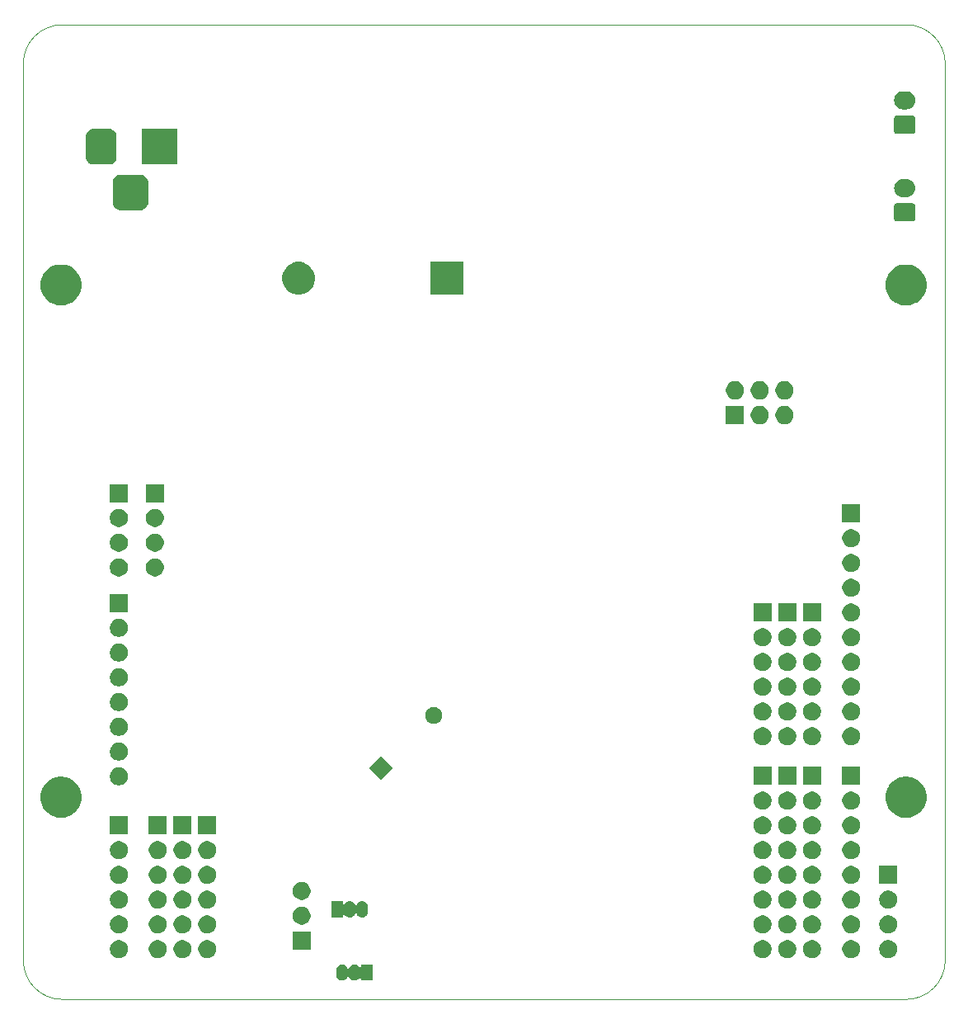
<source format=gbr>
%TF.GenerationSoftware,KiCad,Pcbnew,(5.1.5)-3*%
%TF.CreationDate,2020-03-30T01:43:14+08:00*%
%TF.ProjectId,arduino_wifi,61726475-696e-46f5-9f77-6966692e6b69,REV_1.0*%
%TF.SameCoordinates,Original*%
%TF.FileFunction,Soldermask,Bot*%
%TF.FilePolarity,Negative*%
%FSLAX46Y46*%
G04 Gerber Fmt 4.6, Leading zero omitted, Abs format (unit mm)*
G04 Created by KiCad (PCBNEW (5.1.5)-3) date 2020-03-30 01:43:14*
%MOMM*%
%LPD*%
G04 APERTURE LIST*
%TA.AperFunction,Profile*%
%ADD10C,0.050000*%
%TD*%
%ADD11C,0.100000*%
G04 APERTURE END LIST*
D10*
X194669800Y-136000000D02*
G75*
G02X190669800Y-140000000I-4000000J0D01*
G01*
X190669800Y-40000000D02*
G75*
G02X194669800Y-44000000I0J-4000000D01*
G01*
X104000000Y-140000000D02*
G75*
G02X100000000Y-136000000I0J4000000D01*
G01*
X100000000Y-44000000D02*
G75*
G02X104000000Y-40000000I4000000J0D01*
G01*
X194669800Y-44000000D02*
X194669800Y-136000000D01*
X104000000Y-40000000D02*
X190669800Y-40000000D01*
X100000000Y-136000000D02*
X100000000Y-44000000D01*
X190669800Y-140000000D02*
X104000000Y-140000000D01*
D11*
G36*
X134097856Y-136432499D02*
G01*
X134211183Y-136466877D01*
X134315624Y-136522700D01*
X134407170Y-136597830D01*
X134483377Y-136690689D01*
X134491182Y-136702370D01*
X134503505Y-136714693D01*
X134517996Y-136724375D01*
X134534096Y-136731043D01*
X134551189Y-136734443D01*
X134568616Y-136734443D01*
X134585708Y-136731043D01*
X134601809Y-136724373D01*
X134616299Y-136714691D01*
X134628622Y-136702368D01*
X134638304Y-136687877D01*
X134644972Y-136671777D01*
X134648800Y-136645972D01*
X134648800Y-136423800D01*
X135851200Y-136423800D01*
X135851200Y-138076200D01*
X134648800Y-138076200D01*
X134648800Y-137854028D01*
X134647092Y-137836685D01*
X134642033Y-137820008D01*
X134633818Y-137804638D01*
X134622762Y-137791167D01*
X134609291Y-137780111D01*
X134593921Y-137771896D01*
X134577244Y-137766837D01*
X134559901Y-137765129D01*
X134542558Y-137766837D01*
X134525881Y-137771896D01*
X134510511Y-137780111D01*
X134497040Y-137791167D01*
X134485511Y-137806712D01*
X134407172Y-137902167D01*
X134315623Y-137977300D01*
X134211182Y-138033123D01*
X134097855Y-138067501D01*
X133979999Y-138079109D01*
X133862144Y-138067501D01*
X133748817Y-138033123D01*
X133644373Y-137977298D01*
X133552833Y-137902172D01*
X133477700Y-137810623D01*
X133423402Y-137709037D01*
X133413720Y-137694546D01*
X133401397Y-137682223D01*
X133386907Y-137672541D01*
X133370806Y-137665872D01*
X133353714Y-137662472D01*
X133336287Y-137662472D01*
X133319194Y-137665872D01*
X133303094Y-137672541D01*
X133288603Y-137682223D01*
X133276280Y-137694546D01*
X133266598Y-137709037D01*
X133212298Y-137810627D01*
X133137172Y-137902167D01*
X133045623Y-137977300D01*
X132941182Y-138033123D01*
X132827855Y-138067501D01*
X132709999Y-138079109D01*
X132592144Y-138067501D01*
X132478817Y-138033123D01*
X132374373Y-137977298D01*
X132282833Y-137902172D01*
X132207700Y-137810623D01*
X132151877Y-137706182D01*
X132117499Y-137592855D01*
X132108800Y-137504534D01*
X132108800Y-136995465D01*
X132117499Y-136907144D01*
X132151877Y-136793817D01*
X132207702Y-136689373D01*
X132282828Y-136597833D01*
X132374377Y-136522700D01*
X132478818Y-136466877D01*
X132592145Y-136432499D01*
X132710001Y-136420891D01*
X132827856Y-136432499D01*
X132941183Y-136466877D01*
X133045624Y-136522700D01*
X133137170Y-136597830D01*
X133212300Y-136689376D01*
X133266598Y-136790963D01*
X133276280Y-136805453D01*
X133288603Y-136817776D01*
X133303093Y-136827459D01*
X133319193Y-136834128D01*
X133336286Y-136837528D01*
X133353713Y-136837528D01*
X133370805Y-136834128D01*
X133386906Y-136827459D01*
X133401396Y-136817777D01*
X133413719Y-136805454D01*
X133423402Y-136790963D01*
X133477702Y-136689373D01*
X133552828Y-136597833D01*
X133644377Y-136522700D01*
X133748818Y-136466877D01*
X133862145Y-136432499D01*
X133980001Y-136420891D01*
X134097856Y-136432499D01*
G37*
G36*
X114070164Y-133949393D02*
G01*
X114238719Y-134019211D01*
X114390420Y-134120575D01*
X114519425Y-134249580D01*
X114620789Y-134401281D01*
X114690607Y-134569836D01*
X114726200Y-134748777D01*
X114726200Y-134931223D01*
X114690607Y-135110164D01*
X114620789Y-135278719D01*
X114519425Y-135430420D01*
X114390420Y-135559425D01*
X114238719Y-135660789D01*
X114070164Y-135730607D01*
X113891223Y-135766200D01*
X113708777Y-135766200D01*
X113529836Y-135730607D01*
X113361281Y-135660789D01*
X113209580Y-135559425D01*
X113080575Y-135430420D01*
X112979211Y-135278719D01*
X112909393Y-135110164D01*
X112873800Y-134931223D01*
X112873800Y-134748777D01*
X112909393Y-134569836D01*
X112979211Y-134401281D01*
X113080575Y-134249580D01*
X113209580Y-134120575D01*
X113361281Y-134019211D01*
X113529836Y-133949393D01*
X113708777Y-133913800D01*
X113891223Y-133913800D01*
X114070164Y-133949393D01*
G37*
G36*
X176190164Y-133949393D02*
G01*
X176358719Y-134019211D01*
X176510420Y-134120575D01*
X176639425Y-134249580D01*
X176740789Y-134401281D01*
X176810607Y-134569836D01*
X176846200Y-134748777D01*
X176846200Y-134931223D01*
X176810607Y-135110164D01*
X176740789Y-135278719D01*
X176639425Y-135430420D01*
X176510420Y-135559425D01*
X176358719Y-135660789D01*
X176190164Y-135730607D01*
X176011223Y-135766200D01*
X175828777Y-135766200D01*
X175649836Y-135730607D01*
X175481281Y-135660789D01*
X175329580Y-135559425D01*
X175200575Y-135430420D01*
X175099211Y-135278719D01*
X175029393Y-135110164D01*
X174993800Y-134931223D01*
X174993800Y-134748777D01*
X175029393Y-134569836D01*
X175099211Y-134401281D01*
X175200575Y-134249580D01*
X175329580Y-134120575D01*
X175481281Y-134019211D01*
X175649836Y-133949393D01*
X175828777Y-133913800D01*
X176011223Y-133913800D01*
X176190164Y-133949393D01*
G37*
G36*
X116610164Y-133949393D02*
G01*
X116778719Y-134019211D01*
X116930420Y-134120575D01*
X117059425Y-134249580D01*
X117160789Y-134401281D01*
X117230607Y-134569836D01*
X117266200Y-134748777D01*
X117266200Y-134931223D01*
X117230607Y-135110164D01*
X117160789Y-135278719D01*
X117059425Y-135430420D01*
X116930420Y-135559425D01*
X116778719Y-135660789D01*
X116610164Y-135730607D01*
X116431223Y-135766200D01*
X116248777Y-135766200D01*
X116069836Y-135730607D01*
X115901281Y-135660789D01*
X115749580Y-135559425D01*
X115620575Y-135430420D01*
X115519211Y-135278719D01*
X115449393Y-135110164D01*
X115413800Y-134931223D01*
X115413800Y-134748777D01*
X115449393Y-134569836D01*
X115519211Y-134401281D01*
X115620575Y-134249580D01*
X115749580Y-134120575D01*
X115901281Y-134019211D01*
X116069836Y-133949393D01*
X116248777Y-133913800D01*
X116431223Y-133913800D01*
X116610164Y-133949393D01*
G37*
G36*
X185270164Y-133949393D02*
G01*
X185438719Y-134019211D01*
X185590420Y-134120575D01*
X185719425Y-134249580D01*
X185820789Y-134401281D01*
X185890607Y-134569836D01*
X185926200Y-134748777D01*
X185926200Y-134931223D01*
X185890607Y-135110164D01*
X185820789Y-135278719D01*
X185719425Y-135430420D01*
X185590420Y-135559425D01*
X185438719Y-135660789D01*
X185270164Y-135730607D01*
X185091223Y-135766200D01*
X184908777Y-135766200D01*
X184729836Y-135730607D01*
X184561281Y-135660789D01*
X184409580Y-135559425D01*
X184280575Y-135430420D01*
X184179211Y-135278719D01*
X184109393Y-135110164D01*
X184073800Y-134931223D01*
X184073800Y-134748777D01*
X184109393Y-134569836D01*
X184179211Y-134401281D01*
X184280575Y-134249580D01*
X184409580Y-134120575D01*
X184561281Y-134019211D01*
X184729836Y-133949393D01*
X184908777Y-133913800D01*
X185091223Y-133913800D01*
X185270164Y-133949393D01*
G37*
G36*
X119150164Y-133949393D02*
G01*
X119318719Y-134019211D01*
X119470420Y-134120575D01*
X119599425Y-134249580D01*
X119700789Y-134401281D01*
X119770607Y-134569836D01*
X119806200Y-134748777D01*
X119806200Y-134931223D01*
X119770607Y-135110164D01*
X119700789Y-135278719D01*
X119599425Y-135430420D01*
X119470420Y-135559425D01*
X119318719Y-135660789D01*
X119150164Y-135730607D01*
X118971223Y-135766200D01*
X118788777Y-135766200D01*
X118609836Y-135730607D01*
X118441281Y-135660789D01*
X118289580Y-135559425D01*
X118160575Y-135430420D01*
X118059211Y-135278719D01*
X117989393Y-135110164D01*
X117953800Y-134931223D01*
X117953800Y-134748777D01*
X117989393Y-134569836D01*
X118059211Y-134401281D01*
X118160575Y-134249580D01*
X118289580Y-134120575D01*
X118441281Y-134019211D01*
X118609836Y-133949393D01*
X118788777Y-133913800D01*
X118971223Y-133913800D01*
X119150164Y-133949393D01*
G37*
G36*
X181270164Y-133949393D02*
G01*
X181438719Y-134019211D01*
X181590420Y-134120575D01*
X181719425Y-134249580D01*
X181820789Y-134401281D01*
X181890607Y-134569836D01*
X181926200Y-134748777D01*
X181926200Y-134931223D01*
X181890607Y-135110164D01*
X181820789Y-135278719D01*
X181719425Y-135430420D01*
X181590420Y-135559425D01*
X181438719Y-135660789D01*
X181270164Y-135730607D01*
X181091223Y-135766200D01*
X180908777Y-135766200D01*
X180729836Y-135730607D01*
X180561281Y-135660789D01*
X180409580Y-135559425D01*
X180280575Y-135430420D01*
X180179211Y-135278719D01*
X180109393Y-135110164D01*
X180073800Y-134931223D01*
X180073800Y-134748777D01*
X180109393Y-134569836D01*
X180179211Y-134401281D01*
X180280575Y-134249580D01*
X180409580Y-134120575D01*
X180561281Y-134019211D01*
X180729836Y-133949393D01*
X180908777Y-133913800D01*
X181091223Y-133913800D01*
X181270164Y-133949393D01*
G37*
G36*
X110070164Y-133949393D02*
G01*
X110238719Y-134019211D01*
X110390420Y-134120575D01*
X110519425Y-134249580D01*
X110620789Y-134401281D01*
X110690607Y-134569836D01*
X110726200Y-134748777D01*
X110726200Y-134931223D01*
X110690607Y-135110164D01*
X110620789Y-135278719D01*
X110519425Y-135430420D01*
X110390420Y-135559425D01*
X110238719Y-135660789D01*
X110070164Y-135730607D01*
X109891223Y-135766200D01*
X109708777Y-135766200D01*
X109529836Y-135730607D01*
X109361281Y-135660789D01*
X109209580Y-135559425D01*
X109080575Y-135430420D01*
X108979211Y-135278719D01*
X108909393Y-135110164D01*
X108873800Y-134931223D01*
X108873800Y-134748777D01*
X108909393Y-134569836D01*
X108979211Y-134401281D01*
X109080575Y-134249580D01*
X109209580Y-134120575D01*
X109361281Y-134019211D01*
X109529836Y-133949393D01*
X109708777Y-133913800D01*
X109891223Y-133913800D01*
X110070164Y-133949393D01*
G37*
G36*
X178730164Y-133949393D02*
G01*
X178898719Y-134019211D01*
X179050420Y-134120575D01*
X179179425Y-134249580D01*
X179280789Y-134401281D01*
X179350607Y-134569836D01*
X179386200Y-134748777D01*
X179386200Y-134931223D01*
X179350607Y-135110164D01*
X179280789Y-135278719D01*
X179179425Y-135430420D01*
X179050420Y-135559425D01*
X178898719Y-135660789D01*
X178730164Y-135730607D01*
X178551223Y-135766200D01*
X178368777Y-135766200D01*
X178189836Y-135730607D01*
X178021281Y-135660789D01*
X177869580Y-135559425D01*
X177740575Y-135430420D01*
X177639211Y-135278719D01*
X177569393Y-135110164D01*
X177533800Y-134931223D01*
X177533800Y-134748777D01*
X177569393Y-134569836D01*
X177639211Y-134401281D01*
X177740575Y-134249580D01*
X177869580Y-134120575D01*
X178021281Y-134019211D01*
X178189836Y-133949393D01*
X178368777Y-133913800D01*
X178551223Y-133913800D01*
X178730164Y-133949393D01*
G37*
G36*
X189070164Y-133939393D02*
G01*
X189238719Y-134009211D01*
X189390420Y-134110575D01*
X189519425Y-134239580D01*
X189620789Y-134391281D01*
X189690607Y-134559836D01*
X189726200Y-134738777D01*
X189726200Y-134921223D01*
X189690607Y-135100164D01*
X189620789Y-135268719D01*
X189519425Y-135420420D01*
X189390420Y-135549425D01*
X189238719Y-135650789D01*
X189070164Y-135720607D01*
X188891223Y-135756200D01*
X188708777Y-135756200D01*
X188529836Y-135720607D01*
X188361281Y-135650789D01*
X188209580Y-135549425D01*
X188080575Y-135420420D01*
X187979211Y-135268719D01*
X187909393Y-135100164D01*
X187873800Y-134921223D01*
X187873800Y-134738777D01*
X187909393Y-134559836D01*
X187979211Y-134391281D01*
X188080575Y-134239580D01*
X188209580Y-134110575D01*
X188361281Y-134009211D01*
X188529836Y-133939393D01*
X188708777Y-133903800D01*
X188891223Y-133903800D01*
X189070164Y-133939393D01*
G37*
G36*
X129501200Y-134876200D02*
G01*
X127648800Y-134876200D01*
X127648800Y-133023800D01*
X129501200Y-133023800D01*
X129501200Y-134876200D01*
G37*
G36*
X185270164Y-131409393D02*
G01*
X185438719Y-131479211D01*
X185590420Y-131580575D01*
X185719425Y-131709580D01*
X185820789Y-131861281D01*
X185890607Y-132029836D01*
X185926200Y-132208777D01*
X185926200Y-132391223D01*
X185890607Y-132570164D01*
X185820789Y-132738719D01*
X185719425Y-132890420D01*
X185590420Y-133019425D01*
X185438719Y-133120789D01*
X185270164Y-133190607D01*
X185091223Y-133226200D01*
X184908777Y-133226200D01*
X184729836Y-133190607D01*
X184561281Y-133120789D01*
X184409580Y-133019425D01*
X184280575Y-132890420D01*
X184179211Y-132738719D01*
X184109393Y-132570164D01*
X184073800Y-132391223D01*
X184073800Y-132208777D01*
X184109393Y-132029836D01*
X184179211Y-131861281D01*
X184280575Y-131709580D01*
X184409580Y-131580575D01*
X184561281Y-131479211D01*
X184729836Y-131409393D01*
X184908777Y-131373800D01*
X185091223Y-131373800D01*
X185270164Y-131409393D01*
G37*
G36*
X176190164Y-131409393D02*
G01*
X176358719Y-131479211D01*
X176510420Y-131580575D01*
X176639425Y-131709580D01*
X176740789Y-131861281D01*
X176810607Y-132029836D01*
X176846200Y-132208777D01*
X176846200Y-132391223D01*
X176810607Y-132570164D01*
X176740789Y-132738719D01*
X176639425Y-132890420D01*
X176510420Y-133019425D01*
X176358719Y-133120789D01*
X176190164Y-133190607D01*
X176011223Y-133226200D01*
X175828777Y-133226200D01*
X175649836Y-133190607D01*
X175481281Y-133120789D01*
X175329580Y-133019425D01*
X175200575Y-132890420D01*
X175099211Y-132738719D01*
X175029393Y-132570164D01*
X174993800Y-132391223D01*
X174993800Y-132208777D01*
X175029393Y-132029836D01*
X175099211Y-131861281D01*
X175200575Y-131709580D01*
X175329580Y-131580575D01*
X175481281Y-131479211D01*
X175649836Y-131409393D01*
X175828777Y-131373800D01*
X176011223Y-131373800D01*
X176190164Y-131409393D01*
G37*
G36*
X116610164Y-131409393D02*
G01*
X116778719Y-131479211D01*
X116930420Y-131580575D01*
X117059425Y-131709580D01*
X117160789Y-131861281D01*
X117230607Y-132029836D01*
X117266200Y-132208777D01*
X117266200Y-132391223D01*
X117230607Y-132570164D01*
X117160789Y-132738719D01*
X117059425Y-132890420D01*
X116930420Y-133019425D01*
X116778719Y-133120789D01*
X116610164Y-133190607D01*
X116431223Y-133226200D01*
X116248777Y-133226200D01*
X116069836Y-133190607D01*
X115901281Y-133120789D01*
X115749580Y-133019425D01*
X115620575Y-132890420D01*
X115519211Y-132738719D01*
X115449393Y-132570164D01*
X115413800Y-132391223D01*
X115413800Y-132208777D01*
X115449393Y-132029836D01*
X115519211Y-131861281D01*
X115620575Y-131709580D01*
X115749580Y-131580575D01*
X115901281Y-131479211D01*
X116069836Y-131409393D01*
X116248777Y-131373800D01*
X116431223Y-131373800D01*
X116610164Y-131409393D01*
G37*
G36*
X114070164Y-131409393D02*
G01*
X114238719Y-131479211D01*
X114390420Y-131580575D01*
X114519425Y-131709580D01*
X114620789Y-131861281D01*
X114690607Y-132029836D01*
X114726200Y-132208777D01*
X114726200Y-132391223D01*
X114690607Y-132570164D01*
X114620789Y-132738719D01*
X114519425Y-132890420D01*
X114390420Y-133019425D01*
X114238719Y-133120789D01*
X114070164Y-133190607D01*
X113891223Y-133226200D01*
X113708777Y-133226200D01*
X113529836Y-133190607D01*
X113361281Y-133120789D01*
X113209580Y-133019425D01*
X113080575Y-132890420D01*
X112979211Y-132738719D01*
X112909393Y-132570164D01*
X112873800Y-132391223D01*
X112873800Y-132208777D01*
X112909393Y-132029836D01*
X112979211Y-131861281D01*
X113080575Y-131709580D01*
X113209580Y-131580575D01*
X113361281Y-131479211D01*
X113529836Y-131409393D01*
X113708777Y-131373800D01*
X113891223Y-131373800D01*
X114070164Y-131409393D01*
G37*
G36*
X119150164Y-131409393D02*
G01*
X119318719Y-131479211D01*
X119470420Y-131580575D01*
X119599425Y-131709580D01*
X119700789Y-131861281D01*
X119770607Y-132029836D01*
X119806200Y-132208777D01*
X119806200Y-132391223D01*
X119770607Y-132570164D01*
X119700789Y-132738719D01*
X119599425Y-132890420D01*
X119470420Y-133019425D01*
X119318719Y-133120789D01*
X119150164Y-133190607D01*
X118971223Y-133226200D01*
X118788777Y-133226200D01*
X118609836Y-133190607D01*
X118441281Y-133120789D01*
X118289580Y-133019425D01*
X118160575Y-132890420D01*
X118059211Y-132738719D01*
X117989393Y-132570164D01*
X117953800Y-132391223D01*
X117953800Y-132208777D01*
X117989393Y-132029836D01*
X118059211Y-131861281D01*
X118160575Y-131709580D01*
X118289580Y-131580575D01*
X118441281Y-131479211D01*
X118609836Y-131409393D01*
X118788777Y-131373800D01*
X118971223Y-131373800D01*
X119150164Y-131409393D01*
G37*
G36*
X181270164Y-131409393D02*
G01*
X181438719Y-131479211D01*
X181590420Y-131580575D01*
X181719425Y-131709580D01*
X181820789Y-131861281D01*
X181890607Y-132029836D01*
X181926200Y-132208777D01*
X181926200Y-132391223D01*
X181890607Y-132570164D01*
X181820789Y-132738719D01*
X181719425Y-132890420D01*
X181590420Y-133019425D01*
X181438719Y-133120789D01*
X181270164Y-133190607D01*
X181091223Y-133226200D01*
X180908777Y-133226200D01*
X180729836Y-133190607D01*
X180561281Y-133120789D01*
X180409580Y-133019425D01*
X180280575Y-132890420D01*
X180179211Y-132738719D01*
X180109393Y-132570164D01*
X180073800Y-132391223D01*
X180073800Y-132208777D01*
X180109393Y-132029836D01*
X180179211Y-131861281D01*
X180280575Y-131709580D01*
X180409580Y-131580575D01*
X180561281Y-131479211D01*
X180729836Y-131409393D01*
X180908777Y-131373800D01*
X181091223Y-131373800D01*
X181270164Y-131409393D01*
G37*
G36*
X110070164Y-131409393D02*
G01*
X110238719Y-131479211D01*
X110390420Y-131580575D01*
X110519425Y-131709580D01*
X110620789Y-131861281D01*
X110690607Y-132029836D01*
X110726200Y-132208777D01*
X110726200Y-132391223D01*
X110690607Y-132570164D01*
X110620789Y-132738719D01*
X110519425Y-132890420D01*
X110390420Y-133019425D01*
X110238719Y-133120789D01*
X110070164Y-133190607D01*
X109891223Y-133226200D01*
X109708777Y-133226200D01*
X109529836Y-133190607D01*
X109361281Y-133120789D01*
X109209580Y-133019425D01*
X109080575Y-132890420D01*
X108979211Y-132738719D01*
X108909393Y-132570164D01*
X108873800Y-132391223D01*
X108873800Y-132208777D01*
X108909393Y-132029836D01*
X108979211Y-131861281D01*
X109080575Y-131709580D01*
X109209580Y-131580575D01*
X109361281Y-131479211D01*
X109529836Y-131409393D01*
X109708777Y-131373800D01*
X109891223Y-131373800D01*
X110070164Y-131409393D01*
G37*
G36*
X178730164Y-131409393D02*
G01*
X178898719Y-131479211D01*
X179050420Y-131580575D01*
X179179425Y-131709580D01*
X179280789Y-131861281D01*
X179350607Y-132029836D01*
X179386200Y-132208777D01*
X179386200Y-132391223D01*
X179350607Y-132570164D01*
X179280789Y-132738719D01*
X179179425Y-132890420D01*
X179050420Y-133019425D01*
X178898719Y-133120789D01*
X178730164Y-133190607D01*
X178551223Y-133226200D01*
X178368777Y-133226200D01*
X178189836Y-133190607D01*
X178021281Y-133120789D01*
X177869580Y-133019425D01*
X177740575Y-132890420D01*
X177639211Y-132738719D01*
X177569393Y-132570164D01*
X177533800Y-132391223D01*
X177533800Y-132208777D01*
X177569393Y-132029836D01*
X177639211Y-131861281D01*
X177740575Y-131709580D01*
X177869580Y-131580575D01*
X178021281Y-131479211D01*
X178189836Y-131409393D01*
X178368777Y-131373800D01*
X178551223Y-131373800D01*
X178730164Y-131409393D01*
G37*
G36*
X189070164Y-131399393D02*
G01*
X189238719Y-131469211D01*
X189390420Y-131570575D01*
X189519425Y-131699580D01*
X189620789Y-131851281D01*
X189690607Y-132019836D01*
X189726200Y-132198777D01*
X189726200Y-132381223D01*
X189690607Y-132560164D01*
X189620789Y-132728719D01*
X189519425Y-132880420D01*
X189390420Y-133009425D01*
X189238719Y-133110789D01*
X189070164Y-133180607D01*
X188891223Y-133216200D01*
X188708777Y-133216200D01*
X188529836Y-133180607D01*
X188361281Y-133110789D01*
X188209580Y-133009425D01*
X188080575Y-132880420D01*
X187979211Y-132728719D01*
X187909393Y-132560164D01*
X187873800Y-132381223D01*
X187873800Y-132198777D01*
X187909393Y-132019836D01*
X187979211Y-131851281D01*
X188080575Y-131699580D01*
X188209580Y-131570575D01*
X188361281Y-131469211D01*
X188529836Y-131399393D01*
X188708777Y-131363800D01*
X188891223Y-131363800D01*
X189070164Y-131399393D01*
G37*
G36*
X128845164Y-130519393D02*
G01*
X129013719Y-130589211D01*
X129165420Y-130690575D01*
X129294425Y-130819580D01*
X129395789Y-130971281D01*
X129465607Y-131139836D01*
X129501200Y-131318777D01*
X129501200Y-131501223D01*
X129465607Y-131680164D01*
X129395789Y-131848719D01*
X129294425Y-132000420D01*
X129165420Y-132129425D01*
X129013719Y-132230789D01*
X128845164Y-132300607D01*
X128666223Y-132336200D01*
X128483777Y-132336200D01*
X128304836Y-132300607D01*
X128136281Y-132230789D01*
X127984580Y-132129425D01*
X127855575Y-132000420D01*
X127754211Y-131848719D01*
X127684393Y-131680164D01*
X127648800Y-131501223D01*
X127648800Y-131318777D01*
X127684393Y-131139836D01*
X127754211Y-130971281D01*
X127855575Y-130819580D01*
X127984580Y-130690575D01*
X128136281Y-130589211D01*
X128304836Y-130519393D01*
X128483777Y-130483800D01*
X128666223Y-130483800D01*
X128845164Y-130519393D01*
G37*
G36*
X134907855Y-129932499D02*
G01*
X135021182Y-129966877D01*
X135125623Y-130022700D01*
X135217172Y-130097833D01*
X135292298Y-130189373D01*
X135348123Y-130293817D01*
X135382501Y-130407144D01*
X135391200Y-130495465D01*
X135391200Y-131004534D01*
X135382501Y-131092856D01*
X135348123Y-131206183D01*
X135292300Y-131310624D01*
X135217170Y-131402170D01*
X135125624Y-131477300D01*
X135021183Y-131533123D01*
X134907856Y-131567501D01*
X134790001Y-131579109D01*
X134672145Y-131567501D01*
X134558818Y-131533123D01*
X134454377Y-131477300D01*
X134362828Y-131402167D01*
X134287702Y-131310627D01*
X134233402Y-131209037D01*
X134223720Y-131194547D01*
X134211397Y-131182224D01*
X134196907Y-131172541D01*
X134180807Y-131165872D01*
X134163714Y-131162472D01*
X134146287Y-131162472D01*
X134129195Y-131165872D01*
X134113094Y-131172541D01*
X134098604Y-131182223D01*
X134086281Y-131194546D01*
X134076598Y-131209037D01*
X134022300Y-131310624D01*
X133947170Y-131402170D01*
X133855624Y-131477300D01*
X133751183Y-131533123D01*
X133637856Y-131567501D01*
X133520001Y-131579109D01*
X133402145Y-131567501D01*
X133288818Y-131533123D01*
X133184377Y-131477300D01*
X133092828Y-131402167D01*
X133016628Y-131309318D01*
X133008818Y-131297630D01*
X132996495Y-131285307D01*
X132982004Y-131275625D01*
X132965904Y-131268957D01*
X132948811Y-131265557D01*
X132931384Y-131265557D01*
X132914292Y-131268957D01*
X132898191Y-131275627D01*
X132883701Y-131285309D01*
X132871378Y-131297632D01*
X132861696Y-131312123D01*
X132855028Y-131328223D01*
X132851200Y-131354028D01*
X132851200Y-131576200D01*
X131648800Y-131576200D01*
X131648800Y-129923800D01*
X132851200Y-129923800D01*
X132851200Y-130145973D01*
X132852908Y-130163316D01*
X132857967Y-130179993D01*
X132866182Y-130195363D01*
X132877238Y-130208834D01*
X132890709Y-130219890D01*
X132906079Y-130228105D01*
X132922756Y-130233164D01*
X132940099Y-130234872D01*
X132957442Y-130233164D01*
X132974119Y-130228105D01*
X132989489Y-130219890D01*
X133002960Y-130208834D01*
X133014480Y-130193301D01*
X133092833Y-130097828D01*
X133184373Y-130022702D01*
X133288817Y-129966877D01*
X133402144Y-129932499D01*
X133519999Y-129920891D01*
X133637855Y-129932499D01*
X133751182Y-129966877D01*
X133855623Y-130022700D01*
X133947172Y-130097833D01*
X134022298Y-130189373D01*
X134076598Y-130290963D01*
X134086280Y-130305453D01*
X134098603Y-130317776D01*
X134113093Y-130327459D01*
X134129193Y-130334128D01*
X134146286Y-130337528D01*
X134163713Y-130337528D01*
X134180805Y-130334128D01*
X134196906Y-130327459D01*
X134211396Y-130317777D01*
X134223719Y-130305454D01*
X134233402Y-130290963D01*
X134287700Y-130189377D01*
X134362833Y-130097828D01*
X134454373Y-130022702D01*
X134558817Y-129966877D01*
X134672144Y-129932499D01*
X134789999Y-129920891D01*
X134907855Y-129932499D01*
G37*
G36*
X114070164Y-128869393D02*
G01*
X114238719Y-128939211D01*
X114390420Y-129040575D01*
X114519425Y-129169580D01*
X114620789Y-129321281D01*
X114690607Y-129489836D01*
X114726200Y-129668777D01*
X114726200Y-129851223D01*
X114690607Y-130030164D01*
X114620789Y-130198719D01*
X114519425Y-130350420D01*
X114390420Y-130479425D01*
X114238719Y-130580789D01*
X114070164Y-130650607D01*
X113891223Y-130686200D01*
X113708777Y-130686200D01*
X113529836Y-130650607D01*
X113361281Y-130580789D01*
X113209580Y-130479425D01*
X113080575Y-130350420D01*
X112979211Y-130198719D01*
X112909393Y-130030164D01*
X112873800Y-129851223D01*
X112873800Y-129668777D01*
X112909393Y-129489836D01*
X112979211Y-129321281D01*
X113080575Y-129169580D01*
X113209580Y-129040575D01*
X113361281Y-128939211D01*
X113529836Y-128869393D01*
X113708777Y-128833800D01*
X113891223Y-128833800D01*
X114070164Y-128869393D01*
G37*
G36*
X178730164Y-128869393D02*
G01*
X178898719Y-128939211D01*
X179050420Y-129040575D01*
X179179425Y-129169580D01*
X179280789Y-129321281D01*
X179350607Y-129489836D01*
X179386200Y-129668777D01*
X179386200Y-129851223D01*
X179350607Y-130030164D01*
X179280789Y-130198719D01*
X179179425Y-130350420D01*
X179050420Y-130479425D01*
X178898719Y-130580789D01*
X178730164Y-130650607D01*
X178551223Y-130686200D01*
X178368777Y-130686200D01*
X178189836Y-130650607D01*
X178021281Y-130580789D01*
X177869580Y-130479425D01*
X177740575Y-130350420D01*
X177639211Y-130198719D01*
X177569393Y-130030164D01*
X177533800Y-129851223D01*
X177533800Y-129668777D01*
X177569393Y-129489836D01*
X177639211Y-129321281D01*
X177740575Y-129169580D01*
X177869580Y-129040575D01*
X178021281Y-128939211D01*
X178189836Y-128869393D01*
X178368777Y-128833800D01*
X178551223Y-128833800D01*
X178730164Y-128869393D01*
G37*
G36*
X176190164Y-128869393D02*
G01*
X176358719Y-128939211D01*
X176510420Y-129040575D01*
X176639425Y-129169580D01*
X176740789Y-129321281D01*
X176810607Y-129489836D01*
X176846200Y-129668777D01*
X176846200Y-129851223D01*
X176810607Y-130030164D01*
X176740789Y-130198719D01*
X176639425Y-130350420D01*
X176510420Y-130479425D01*
X176358719Y-130580789D01*
X176190164Y-130650607D01*
X176011223Y-130686200D01*
X175828777Y-130686200D01*
X175649836Y-130650607D01*
X175481281Y-130580789D01*
X175329580Y-130479425D01*
X175200575Y-130350420D01*
X175099211Y-130198719D01*
X175029393Y-130030164D01*
X174993800Y-129851223D01*
X174993800Y-129668777D01*
X175029393Y-129489836D01*
X175099211Y-129321281D01*
X175200575Y-129169580D01*
X175329580Y-129040575D01*
X175481281Y-128939211D01*
X175649836Y-128869393D01*
X175828777Y-128833800D01*
X176011223Y-128833800D01*
X176190164Y-128869393D01*
G37*
G36*
X116610164Y-128869393D02*
G01*
X116778719Y-128939211D01*
X116930420Y-129040575D01*
X117059425Y-129169580D01*
X117160789Y-129321281D01*
X117230607Y-129489836D01*
X117266200Y-129668777D01*
X117266200Y-129851223D01*
X117230607Y-130030164D01*
X117160789Y-130198719D01*
X117059425Y-130350420D01*
X116930420Y-130479425D01*
X116778719Y-130580789D01*
X116610164Y-130650607D01*
X116431223Y-130686200D01*
X116248777Y-130686200D01*
X116069836Y-130650607D01*
X115901281Y-130580789D01*
X115749580Y-130479425D01*
X115620575Y-130350420D01*
X115519211Y-130198719D01*
X115449393Y-130030164D01*
X115413800Y-129851223D01*
X115413800Y-129668777D01*
X115449393Y-129489836D01*
X115519211Y-129321281D01*
X115620575Y-129169580D01*
X115749580Y-129040575D01*
X115901281Y-128939211D01*
X116069836Y-128869393D01*
X116248777Y-128833800D01*
X116431223Y-128833800D01*
X116610164Y-128869393D01*
G37*
G36*
X185270164Y-128869393D02*
G01*
X185438719Y-128939211D01*
X185590420Y-129040575D01*
X185719425Y-129169580D01*
X185820789Y-129321281D01*
X185890607Y-129489836D01*
X185926200Y-129668777D01*
X185926200Y-129851223D01*
X185890607Y-130030164D01*
X185820789Y-130198719D01*
X185719425Y-130350420D01*
X185590420Y-130479425D01*
X185438719Y-130580789D01*
X185270164Y-130650607D01*
X185091223Y-130686200D01*
X184908777Y-130686200D01*
X184729836Y-130650607D01*
X184561281Y-130580789D01*
X184409580Y-130479425D01*
X184280575Y-130350420D01*
X184179211Y-130198719D01*
X184109393Y-130030164D01*
X184073800Y-129851223D01*
X184073800Y-129668777D01*
X184109393Y-129489836D01*
X184179211Y-129321281D01*
X184280575Y-129169580D01*
X184409580Y-129040575D01*
X184561281Y-128939211D01*
X184729836Y-128869393D01*
X184908777Y-128833800D01*
X185091223Y-128833800D01*
X185270164Y-128869393D01*
G37*
G36*
X119150164Y-128869393D02*
G01*
X119318719Y-128939211D01*
X119470420Y-129040575D01*
X119599425Y-129169580D01*
X119700789Y-129321281D01*
X119770607Y-129489836D01*
X119806200Y-129668777D01*
X119806200Y-129851223D01*
X119770607Y-130030164D01*
X119700789Y-130198719D01*
X119599425Y-130350420D01*
X119470420Y-130479425D01*
X119318719Y-130580789D01*
X119150164Y-130650607D01*
X118971223Y-130686200D01*
X118788777Y-130686200D01*
X118609836Y-130650607D01*
X118441281Y-130580789D01*
X118289580Y-130479425D01*
X118160575Y-130350420D01*
X118059211Y-130198719D01*
X117989393Y-130030164D01*
X117953800Y-129851223D01*
X117953800Y-129668777D01*
X117989393Y-129489836D01*
X118059211Y-129321281D01*
X118160575Y-129169580D01*
X118289580Y-129040575D01*
X118441281Y-128939211D01*
X118609836Y-128869393D01*
X118788777Y-128833800D01*
X118971223Y-128833800D01*
X119150164Y-128869393D01*
G37*
G36*
X110070164Y-128869393D02*
G01*
X110238719Y-128939211D01*
X110390420Y-129040575D01*
X110519425Y-129169580D01*
X110620789Y-129321281D01*
X110690607Y-129489836D01*
X110726200Y-129668777D01*
X110726200Y-129851223D01*
X110690607Y-130030164D01*
X110620789Y-130198719D01*
X110519425Y-130350420D01*
X110390420Y-130479425D01*
X110238719Y-130580789D01*
X110070164Y-130650607D01*
X109891223Y-130686200D01*
X109708777Y-130686200D01*
X109529836Y-130650607D01*
X109361281Y-130580789D01*
X109209580Y-130479425D01*
X109080575Y-130350420D01*
X108979211Y-130198719D01*
X108909393Y-130030164D01*
X108873800Y-129851223D01*
X108873800Y-129668777D01*
X108909393Y-129489836D01*
X108979211Y-129321281D01*
X109080575Y-129169580D01*
X109209580Y-129040575D01*
X109361281Y-128939211D01*
X109529836Y-128869393D01*
X109708777Y-128833800D01*
X109891223Y-128833800D01*
X110070164Y-128869393D01*
G37*
G36*
X181270164Y-128869393D02*
G01*
X181438719Y-128939211D01*
X181590420Y-129040575D01*
X181719425Y-129169580D01*
X181820789Y-129321281D01*
X181890607Y-129489836D01*
X181926200Y-129668777D01*
X181926200Y-129851223D01*
X181890607Y-130030164D01*
X181820789Y-130198719D01*
X181719425Y-130350420D01*
X181590420Y-130479425D01*
X181438719Y-130580789D01*
X181270164Y-130650607D01*
X181091223Y-130686200D01*
X180908777Y-130686200D01*
X180729836Y-130650607D01*
X180561281Y-130580789D01*
X180409580Y-130479425D01*
X180280575Y-130350420D01*
X180179211Y-130198719D01*
X180109393Y-130030164D01*
X180073800Y-129851223D01*
X180073800Y-129668777D01*
X180109393Y-129489836D01*
X180179211Y-129321281D01*
X180280575Y-129169580D01*
X180409580Y-129040575D01*
X180561281Y-128939211D01*
X180729836Y-128869393D01*
X180908777Y-128833800D01*
X181091223Y-128833800D01*
X181270164Y-128869393D01*
G37*
G36*
X189070164Y-128859393D02*
G01*
X189238719Y-128929211D01*
X189390420Y-129030575D01*
X189519425Y-129159580D01*
X189620789Y-129311281D01*
X189690607Y-129479836D01*
X189726200Y-129658777D01*
X189726200Y-129841223D01*
X189690607Y-130020164D01*
X189620789Y-130188719D01*
X189519425Y-130340420D01*
X189390420Y-130469425D01*
X189238719Y-130570789D01*
X189070164Y-130640607D01*
X188891223Y-130676200D01*
X188708777Y-130676200D01*
X188529836Y-130640607D01*
X188361281Y-130570789D01*
X188209580Y-130469425D01*
X188080575Y-130340420D01*
X187979211Y-130188719D01*
X187909393Y-130020164D01*
X187873800Y-129841223D01*
X187873800Y-129658777D01*
X187909393Y-129479836D01*
X187979211Y-129311281D01*
X188080575Y-129159580D01*
X188209580Y-129030575D01*
X188361281Y-128929211D01*
X188529836Y-128859393D01*
X188708777Y-128823800D01*
X188891223Y-128823800D01*
X189070164Y-128859393D01*
G37*
G36*
X128845164Y-127979393D02*
G01*
X129013719Y-128049211D01*
X129165420Y-128150575D01*
X129294425Y-128279580D01*
X129395789Y-128431281D01*
X129465607Y-128599836D01*
X129501200Y-128778777D01*
X129501200Y-128961223D01*
X129465607Y-129140164D01*
X129395789Y-129308719D01*
X129294425Y-129460420D01*
X129165420Y-129589425D01*
X129013719Y-129690789D01*
X128845164Y-129760607D01*
X128666223Y-129796200D01*
X128483777Y-129796200D01*
X128304836Y-129760607D01*
X128136281Y-129690789D01*
X127984580Y-129589425D01*
X127855575Y-129460420D01*
X127754211Y-129308719D01*
X127684393Y-129140164D01*
X127648800Y-128961223D01*
X127648800Y-128778777D01*
X127684393Y-128599836D01*
X127754211Y-128431281D01*
X127855575Y-128279580D01*
X127984580Y-128150575D01*
X128136281Y-128049211D01*
X128304836Y-127979393D01*
X128483777Y-127943800D01*
X128666223Y-127943800D01*
X128845164Y-127979393D01*
G37*
G36*
X178730164Y-126329393D02*
G01*
X178898719Y-126399211D01*
X179050420Y-126500575D01*
X179179425Y-126629580D01*
X179280789Y-126781281D01*
X179350607Y-126949836D01*
X179386200Y-127128777D01*
X179386200Y-127311223D01*
X179350607Y-127490164D01*
X179280789Y-127658719D01*
X179179425Y-127810420D01*
X179050420Y-127939425D01*
X178898719Y-128040789D01*
X178730164Y-128110607D01*
X178551223Y-128146200D01*
X178368777Y-128146200D01*
X178189836Y-128110607D01*
X178021281Y-128040789D01*
X177869580Y-127939425D01*
X177740575Y-127810420D01*
X177639211Y-127658719D01*
X177569393Y-127490164D01*
X177533800Y-127311223D01*
X177533800Y-127128777D01*
X177569393Y-126949836D01*
X177639211Y-126781281D01*
X177740575Y-126629580D01*
X177869580Y-126500575D01*
X178021281Y-126399211D01*
X178189836Y-126329393D01*
X178368777Y-126293800D01*
X178551223Y-126293800D01*
X178730164Y-126329393D01*
G37*
G36*
X176190164Y-126329393D02*
G01*
X176358719Y-126399211D01*
X176510420Y-126500575D01*
X176639425Y-126629580D01*
X176740789Y-126781281D01*
X176810607Y-126949836D01*
X176846200Y-127128777D01*
X176846200Y-127311223D01*
X176810607Y-127490164D01*
X176740789Y-127658719D01*
X176639425Y-127810420D01*
X176510420Y-127939425D01*
X176358719Y-128040789D01*
X176190164Y-128110607D01*
X176011223Y-128146200D01*
X175828777Y-128146200D01*
X175649836Y-128110607D01*
X175481281Y-128040789D01*
X175329580Y-127939425D01*
X175200575Y-127810420D01*
X175099211Y-127658719D01*
X175029393Y-127490164D01*
X174993800Y-127311223D01*
X174993800Y-127128777D01*
X175029393Y-126949836D01*
X175099211Y-126781281D01*
X175200575Y-126629580D01*
X175329580Y-126500575D01*
X175481281Y-126399211D01*
X175649836Y-126329393D01*
X175828777Y-126293800D01*
X176011223Y-126293800D01*
X176190164Y-126329393D01*
G37*
G36*
X116610164Y-126329393D02*
G01*
X116778719Y-126399211D01*
X116930420Y-126500575D01*
X117059425Y-126629580D01*
X117160789Y-126781281D01*
X117230607Y-126949836D01*
X117266200Y-127128777D01*
X117266200Y-127311223D01*
X117230607Y-127490164D01*
X117160789Y-127658719D01*
X117059425Y-127810420D01*
X116930420Y-127939425D01*
X116778719Y-128040789D01*
X116610164Y-128110607D01*
X116431223Y-128146200D01*
X116248777Y-128146200D01*
X116069836Y-128110607D01*
X115901281Y-128040789D01*
X115749580Y-127939425D01*
X115620575Y-127810420D01*
X115519211Y-127658719D01*
X115449393Y-127490164D01*
X115413800Y-127311223D01*
X115413800Y-127128777D01*
X115449393Y-126949836D01*
X115519211Y-126781281D01*
X115620575Y-126629580D01*
X115749580Y-126500575D01*
X115901281Y-126399211D01*
X116069836Y-126329393D01*
X116248777Y-126293800D01*
X116431223Y-126293800D01*
X116610164Y-126329393D01*
G37*
G36*
X181270164Y-126329393D02*
G01*
X181438719Y-126399211D01*
X181590420Y-126500575D01*
X181719425Y-126629580D01*
X181820789Y-126781281D01*
X181890607Y-126949836D01*
X181926200Y-127128777D01*
X181926200Y-127311223D01*
X181890607Y-127490164D01*
X181820789Y-127658719D01*
X181719425Y-127810420D01*
X181590420Y-127939425D01*
X181438719Y-128040789D01*
X181270164Y-128110607D01*
X181091223Y-128146200D01*
X180908777Y-128146200D01*
X180729836Y-128110607D01*
X180561281Y-128040789D01*
X180409580Y-127939425D01*
X180280575Y-127810420D01*
X180179211Y-127658719D01*
X180109393Y-127490164D01*
X180073800Y-127311223D01*
X180073800Y-127128777D01*
X180109393Y-126949836D01*
X180179211Y-126781281D01*
X180280575Y-126629580D01*
X180409580Y-126500575D01*
X180561281Y-126399211D01*
X180729836Y-126329393D01*
X180908777Y-126293800D01*
X181091223Y-126293800D01*
X181270164Y-126329393D01*
G37*
G36*
X110070164Y-126329393D02*
G01*
X110238719Y-126399211D01*
X110390420Y-126500575D01*
X110519425Y-126629580D01*
X110620789Y-126781281D01*
X110690607Y-126949836D01*
X110726200Y-127128777D01*
X110726200Y-127311223D01*
X110690607Y-127490164D01*
X110620789Y-127658719D01*
X110519425Y-127810420D01*
X110390420Y-127939425D01*
X110238719Y-128040789D01*
X110070164Y-128110607D01*
X109891223Y-128146200D01*
X109708777Y-128146200D01*
X109529836Y-128110607D01*
X109361281Y-128040789D01*
X109209580Y-127939425D01*
X109080575Y-127810420D01*
X108979211Y-127658719D01*
X108909393Y-127490164D01*
X108873800Y-127311223D01*
X108873800Y-127128777D01*
X108909393Y-126949836D01*
X108979211Y-126781281D01*
X109080575Y-126629580D01*
X109209580Y-126500575D01*
X109361281Y-126399211D01*
X109529836Y-126329393D01*
X109708777Y-126293800D01*
X109891223Y-126293800D01*
X110070164Y-126329393D01*
G37*
G36*
X114070164Y-126329393D02*
G01*
X114238719Y-126399211D01*
X114390420Y-126500575D01*
X114519425Y-126629580D01*
X114620789Y-126781281D01*
X114690607Y-126949836D01*
X114726200Y-127128777D01*
X114726200Y-127311223D01*
X114690607Y-127490164D01*
X114620789Y-127658719D01*
X114519425Y-127810420D01*
X114390420Y-127939425D01*
X114238719Y-128040789D01*
X114070164Y-128110607D01*
X113891223Y-128146200D01*
X113708777Y-128146200D01*
X113529836Y-128110607D01*
X113361281Y-128040789D01*
X113209580Y-127939425D01*
X113080575Y-127810420D01*
X112979211Y-127658719D01*
X112909393Y-127490164D01*
X112873800Y-127311223D01*
X112873800Y-127128777D01*
X112909393Y-126949836D01*
X112979211Y-126781281D01*
X113080575Y-126629580D01*
X113209580Y-126500575D01*
X113361281Y-126399211D01*
X113529836Y-126329393D01*
X113708777Y-126293800D01*
X113891223Y-126293800D01*
X114070164Y-126329393D01*
G37*
G36*
X119150164Y-126329393D02*
G01*
X119318719Y-126399211D01*
X119470420Y-126500575D01*
X119599425Y-126629580D01*
X119700789Y-126781281D01*
X119770607Y-126949836D01*
X119806200Y-127128777D01*
X119806200Y-127311223D01*
X119770607Y-127490164D01*
X119700789Y-127658719D01*
X119599425Y-127810420D01*
X119470420Y-127939425D01*
X119318719Y-128040789D01*
X119150164Y-128110607D01*
X118971223Y-128146200D01*
X118788777Y-128146200D01*
X118609836Y-128110607D01*
X118441281Y-128040789D01*
X118289580Y-127939425D01*
X118160575Y-127810420D01*
X118059211Y-127658719D01*
X117989393Y-127490164D01*
X117953800Y-127311223D01*
X117953800Y-127128777D01*
X117989393Y-126949836D01*
X118059211Y-126781281D01*
X118160575Y-126629580D01*
X118289580Y-126500575D01*
X118441281Y-126399211D01*
X118609836Y-126329393D01*
X118788777Y-126293800D01*
X118971223Y-126293800D01*
X119150164Y-126329393D01*
G37*
G36*
X185270164Y-126329393D02*
G01*
X185438719Y-126399211D01*
X185590420Y-126500575D01*
X185719425Y-126629580D01*
X185820789Y-126781281D01*
X185890607Y-126949836D01*
X185926200Y-127128777D01*
X185926200Y-127311223D01*
X185890607Y-127490164D01*
X185820789Y-127658719D01*
X185719425Y-127810420D01*
X185590420Y-127939425D01*
X185438719Y-128040789D01*
X185270164Y-128110607D01*
X185091223Y-128146200D01*
X184908777Y-128146200D01*
X184729836Y-128110607D01*
X184561281Y-128040789D01*
X184409580Y-127939425D01*
X184280575Y-127810420D01*
X184179211Y-127658719D01*
X184109393Y-127490164D01*
X184073800Y-127311223D01*
X184073800Y-127128777D01*
X184109393Y-126949836D01*
X184179211Y-126781281D01*
X184280575Y-126629580D01*
X184409580Y-126500575D01*
X184561281Y-126399211D01*
X184729836Y-126329393D01*
X184908777Y-126293800D01*
X185091223Y-126293800D01*
X185270164Y-126329393D01*
G37*
G36*
X189726200Y-128136200D02*
G01*
X187873800Y-128136200D01*
X187873800Y-126283800D01*
X189726200Y-126283800D01*
X189726200Y-128136200D01*
G37*
G36*
X110070164Y-123789393D02*
G01*
X110238719Y-123859211D01*
X110390420Y-123960575D01*
X110519425Y-124089580D01*
X110620789Y-124241281D01*
X110690607Y-124409836D01*
X110726200Y-124588777D01*
X110726200Y-124771223D01*
X110690607Y-124950164D01*
X110620789Y-125118719D01*
X110519425Y-125270420D01*
X110390420Y-125399425D01*
X110238719Y-125500789D01*
X110070164Y-125570607D01*
X109891223Y-125606200D01*
X109708777Y-125606200D01*
X109529836Y-125570607D01*
X109361281Y-125500789D01*
X109209580Y-125399425D01*
X109080575Y-125270420D01*
X108979211Y-125118719D01*
X108909393Y-124950164D01*
X108873800Y-124771223D01*
X108873800Y-124588777D01*
X108909393Y-124409836D01*
X108979211Y-124241281D01*
X109080575Y-124089580D01*
X109209580Y-123960575D01*
X109361281Y-123859211D01*
X109529836Y-123789393D01*
X109708777Y-123753800D01*
X109891223Y-123753800D01*
X110070164Y-123789393D01*
G37*
G36*
X185270164Y-123789393D02*
G01*
X185438719Y-123859211D01*
X185590420Y-123960575D01*
X185719425Y-124089580D01*
X185820789Y-124241281D01*
X185890607Y-124409836D01*
X185926200Y-124588777D01*
X185926200Y-124771223D01*
X185890607Y-124950164D01*
X185820789Y-125118719D01*
X185719425Y-125270420D01*
X185590420Y-125399425D01*
X185438719Y-125500789D01*
X185270164Y-125570607D01*
X185091223Y-125606200D01*
X184908777Y-125606200D01*
X184729836Y-125570607D01*
X184561281Y-125500789D01*
X184409580Y-125399425D01*
X184280575Y-125270420D01*
X184179211Y-125118719D01*
X184109393Y-124950164D01*
X184073800Y-124771223D01*
X184073800Y-124588777D01*
X184109393Y-124409836D01*
X184179211Y-124241281D01*
X184280575Y-124089580D01*
X184409580Y-123960575D01*
X184561281Y-123859211D01*
X184729836Y-123789393D01*
X184908777Y-123753800D01*
X185091223Y-123753800D01*
X185270164Y-123789393D01*
G37*
G36*
X176190164Y-123789393D02*
G01*
X176358719Y-123859211D01*
X176510420Y-123960575D01*
X176639425Y-124089580D01*
X176740789Y-124241281D01*
X176810607Y-124409836D01*
X176846200Y-124588777D01*
X176846200Y-124771223D01*
X176810607Y-124950164D01*
X176740789Y-125118719D01*
X176639425Y-125270420D01*
X176510420Y-125399425D01*
X176358719Y-125500789D01*
X176190164Y-125570607D01*
X176011223Y-125606200D01*
X175828777Y-125606200D01*
X175649836Y-125570607D01*
X175481281Y-125500789D01*
X175329580Y-125399425D01*
X175200575Y-125270420D01*
X175099211Y-125118719D01*
X175029393Y-124950164D01*
X174993800Y-124771223D01*
X174993800Y-124588777D01*
X175029393Y-124409836D01*
X175099211Y-124241281D01*
X175200575Y-124089580D01*
X175329580Y-123960575D01*
X175481281Y-123859211D01*
X175649836Y-123789393D01*
X175828777Y-123753800D01*
X176011223Y-123753800D01*
X176190164Y-123789393D01*
G37*
G36*
X178730164Y-123789393D02*
G01*
X178898719Y-123859211D01*
X179050420Y-123960575D01*
X179179425Y-124089580D01*
X179280789Y-124241281D01*
X179350607Y-124409836D01*
X179386200Y-124588777D01*
X179386200Y-124771223D01*
X179350607Y-124950164D01*
X179280789Y-125118719D01*
X179179425Y-125270420D01*
X179050420Y-125399425D01*
X178898719Y-125500789D01*
X178730164Y-125570607D01*
X178551223Y-125606200D01*
X178368777Y-125606200D01*
X178189836Y-125570607D01*
X178021281Y-125500789D01*
X177869580Y-125399425D01*
X177740575Y-125270420D01*
X177639211Y-125118719D01*
X177569393Y-124950164D01*
X177533800Y-124771223D01*
X177533800Y-124588777D01*
X177569393Y-124409836D01*
X177639211Y-124241281D01*
X177740575Y-124089580D01*
X177869580Y-123960575D01*
X178021281Y-123859211D01*
X178189836Y-123789393D01*
X178368777Y-123753800D01*
X178551223Y-123753800D01*
X178730164Y-123789393D01*
G37*
G36*
X119150164Y-123789393D02*
G01*
X119318719Y-123859211D01*
X119470420Y-123960575D01*
X119599425Y-124089580D01*
X119700789Y-124241281D01*
X119770607Y-124409836D01*
X119806200Y-124588777D01*
X119806200Y-124771223D01*
X119770607Y-124950164D01*
X119700789Y-125118719D01*
X119599425Y-125270420D01*
X119470420Y-125399425D01*
X119318719Y-125500789D01*
X119150164Y-125570607D01*
X118971223Y-125606200D01*
X118788777Y-125606200D01*
X118609836Y-125570607D01*
X118441281Y-125500789D01*
X118289580Y-125399425D01*
X118160575Y-125270420D01*
X118059211Y-125118719D01*
X117989393Y-124950164D01*
X117953800Y-124771223D01*
X117953800Y-124588777D01*
X117989393Y-124409836D01*
X118059211Y-124241281D01*
X118160575Y-124089580D01*
X118289580Y-123960575D01*
X118441281Y-123859211D01*
X118609836Y-123789393D01*
X118788777Y-123753800D01*
X118971223Y-123753800D01*
X119150164Y-123789393D01*
G37*
G36*
X114070164Y-123789393D02*
G01*
X114238719Y-123859211D01*
X114390420Y-123960575D01*
X114519425Y-124089580D01*
X114620789Y-124241281D01*
X114690607Y-124409836D01*
X114726200Y-124588777D01*
X114726200Y-124771223D01*
X114690607Y-124950164D01*
X114620789Y-125118719D01*
X114519425Y-125270420D01*
X114390420Y-125399425D01*
X114238719Y-125500789D01*
X114070164Y-125570607D01*
X113891223Y-125606200D01*
X113708777Y-125606200D01*
X113529836Y-125570607D01*
X113361281Y-125500789D01*
X113209580Y-125399425D01*
X113080575Y-125270420D01*
X112979211Y-125118719D01*
X112909393Y-124950164D01*
X112873800Y-124771223D01*
X112873800Y-124588777D01*
X112909393Y-124409836D01*
X112979211Y-124241281D01*
X113080575Y-124089580D01*
X113209580Y-123960575D01*
X113361281Y-123859211D01*
X113529836Y-123789393D01*
X113708777Y-123753800D01*
X113891223Y-123753800D01*
X114070164Y-123789393D01*
G37*
G36*
X181270164Y-123789393D02*
G01*
X181438719Y-123859211D01*
X181590420Y-123960575D01*
X181719425Y-124089580D01*
X181820789Y-124241281D01*
X181890607Y-124409836D01*
X181926200Y-124588777D01*
X181926200Y-124771223D01*
X181890607Y-124950164D01*
X181820789Y-125118719D01*
X181719425Y-125270420D01*
X181590420Y-125399425D01*
X181438719Y-125500789D01*
X181270164Y-125570607D01*
X181091223Y-125606200D01*
X180908777Y-125606200D01*
X180729836Y-125570607D01*
X180561281Y-125500789D01*
X180409580Y-125399425D01*
X180280575Y-125270420D01*
X180179211Y-125118719D01*
X180109393Y-124950164D01*
X180073800Y-124771223D01*
X180073800Y-124588777D01*
X180109393Y-124409836D01*
X180179211Y-124241281D01*
X180280575Y-124089580D01*
X180409580Y-123960575D01*
X180561281Y-123859211D01*
X180729836Y-123789393D01*
X180908777Y-123753800D01*
X181091223Y-123753800D01*
X181270164Y-123789393D01*
G37*
G36*
X116610164Y-123789393D02*
G01*
X116778719Y-123859211D01*
X116930420Y-123960575D01*
X117059425Y-124089580D01*
X117160789Y-124241281D01*
X117230607Y-124409836D01*
X117266200Y-124588777D01*
X117266200Y-124771223D01*
X117230607Y-124950164D01*
X117160789Y-125118719D01*
X117059425Y-125270420D01*
X116930420Y-125399425D01*
X116778719Y-125500789D01*
X116610164Y-125570607D01*
X116431223Y-125606200D01*
X116248777Y-125606200D01*
X116069836Y-125570607D01*
X115901281Y-125500789D01*
X115749580Y-125399425D01*
X115620575Y-125270420D01*
X115519211Y-125118719D01*
X115449393Y-124950164D01*
X115413800Y-124771223D01*
X115413800Y-124588777D01*
X115449393Y-124409836D01*
X115519211Y-124241281D01*
X115620575Y-124089580D01*
X115749580Y-123960575D01*
X115901281Y-123859211D01*
X116069836Y-123789393D01*
X116248777Y-123753800D01*
X116431223Y-123753800D01*
X116610164Y-123789393D01*
G37*
G36*
X178730164Y-121249393D02*
G01*
X178898719Y-121319211D01*
X179050420Y-121420575D01*
X179179425Y-121549580D01*
X179280789Y-121701281D01*
X179350607Y-121869836D01*
X179386200Y-122048777D01*
X179386200Y-122231223D01*
X179350607Y-122410164D01*
X179280789Y-122578719D01*
X179179425Y-122730420D01*
X179050420Y-122859425D01*
X178898719Y-122960789D01*
X178730164Y-123030607D01*
X178551223Y-123066200D01*
X178368777Y-123066200D01*
X178189836Y-123030607D01*
X178021281Y-122960789D01*
X177869580Y-122859425D01*
X177740575Y-122730420D01*
X177639211Y-122578719D01*
X177569393Y-122410164D01*
X177533800Y-122231223D01*
X177533800Y-122048777D01*
X177569393Y-121869836D01*
X177639211Y-121701281D01*
X177740575Y-121549580D01*
X177869580Y-121420575D01*
X178021281Y-121319211D01*
X178189836Y-121249393D01*
X178368777Y-121213800D01*
X178551223Y-121213800D01*
X178730164Y-121249393D01*
G37*
G36*
X117266200Y-123066200D02*
G01*
X115413800Y-123066200D01*
X115413800Y-121213800D01*
X117266200Y-121213800D01*
X117266200Y-123066200D01*
G37*
G36*
X114726200Y-123066200D02*
G01*
X112873800Y-123066200D01*
X112873800Y-121213800D01*
X114726200Y-121213800D01*
X114726200Y-123066200D01*
G37*
G36*
X176190164Y-121249393D02*
G01*
X176358719Y-121319211D01*
X176510420Y-121420575D01*
X176639425Y-121549580D01*
X176740789Y-121701281D01*
X176810607Y-121869836D01*
X176846200Y-122048777D01*
X176846200Y-122231223D01*
X176810607Y-122410164D01*
X176740789Y-122578719D01*
X176639425Y-122730420D01*
X176510420Y-122859425D01*
X176358719Y-122960789D01*
X176190164Y-123030607D01*
X176011223Y-123066200D01*
X175828777Y-123066200D01*
X175649836Y-123030607D01*
X175481281Y-122960789D01*
X175329580Y-122859425D01*
X175200575Y-122730420D01*
X175099211Y-122578719D01*
X175029393Y-122410164D01*
X174993800Y-122231223D01*
X174993800Y-122048777D01*
X175029393Y-121869836D01*
X175099211Y-121701281D01*
X175200575Y-121549580D01*
X175329580Y-121420575D01*
X175481281Y-121319211D01*
X175649836Y-121249393D01*
X175828777Y-121213800D01*
X176011223Y-121213800D01*
X176190164Y-121249393D01*
G37*
G36*
X185270164Y-121249393D02*
G01*
X185438719Y-121319211D01*
X185590420Y-121420575D01*
X185719425Y-121549580D01*
X185820789Y-121701281D01*
X185890607Y-121869836D01*
X185926200Y-122048777D01*
X185926200Y-122231223D01*
X185890607Y-122410164D01*
X185820789Y-122578719D01*
X185719425Y-122730420D01*
X185590420Y-122859425D01*
X185438719Y-122960789D01*
X185270164Y-123030607D01*
X185091223Y-123066200D01*
X184908777Y-123066200D01*
X184729836Y-123030607D01*
X184561281Y-122960789D01*
X184409580Y-122859425D01*
X184280575Y-122730420D01*
X184179211Y-122578719D01*
X184109393Y-122410164D01*
X184073800Y-122231223D01*
X184073800Y-122048777D01*
X184109393Y-121869836D01*
X184179211Y-121701281D01*
X184280575Y-121549580D01*
X184409580Y-121420575D01*
X184561281Y-121319211D01*
X184729836Y-121249393D01*
X184908777Y-121213800D01*
X185091223Y-121213800D01*
X185270164Y-121249393D01*
G37*
G36*
X119806200Y-123066200D02*
G01*
X117953800Y-123066200D01*
X117953800Y-121213800D01*
X119806200Y-121213800D01*
X119806200Y-123066200D01*
G37*
G36*
X110726200Y-123066200D02*
G01*
X108873800Y-123066200D01*
X108873800Y-121213800D01*
X110726200Y-121213800D01*
X110726200Y-123066200D01*
G37*
G36*
X181270164Y-121249393D02*
G01*
X181438719Y-121319211D01*
X181590420Y-121420575D01*
X181719425Y-121549580D01*
X181820789Y-121701281D01*
X181890607Y-121869836D01*
X181926200Y-122048777D01*
X181926200Y-122231223D01*
X181890607Y-122410164D01*
X181820789Y-122578719D01*
X181719425Y-122730420D01*
X181590420Y-122859425D01*
X181438719Y-122960789D01*
X181270164Y-123030607D01*
X181091223Y-123066200D01*
X180908777Y-123066200D01*
X180729836Y-123030607D01*
X180561281Y-122960789D01*
X180409580Y-122859425D01*
X180280575Y-122730420D01*
X180179211Y-122578719D01*
X180109393Y-122410164D01*
X180073800Y-122231223D01*
X180073800Y-122048777D01*
X180109393Y-121869836D01*
X180179211Y-121701281D01*
X180280575Y-121549580D01*
X180409580Y-121420575D01*
X180561281Y-121319211D01*
X180729836Y-121249393D01*
X180908777Y-121213800D01*
X181091223Y-121213800D01*
X181270164Y-121249393D01*
G37*
G36*
X191038290Y-117185309D02*
G01*
X191241940Y-117225817D01*
X191625606Y-117384736D01*
X191740704Y-117461643D01*
X191970899Y-117615454D01*
X192264546Y-117909101D01*
X192418357Y-118139296D01*
X192495264Y-118254394D01*
X192654183Y-118638060D01*
X192735200Y-119045361D01*
X192735200Y-119460639D01*
X192654183Y-119867940D01*
X192495264Y-120251606D01*
X192449948Y-120319426D01*
X192264546Y-120596899D01*
X191970899Y-120890546D01*
X191740704Y-121044357D01*
X191625606Y-121121264D01*
X191241940Y-121280183D01*
X191045732Y-121319211D01*
X190834640Y-121361200D01*
X190419360Y-121361200D01*
X190208268Y-121319211D01*
X190012060Y-121280183D01*
X189628394Y-121121264D01*
X189513296Y-121044357D01*
X189283101Y-120890546D01*
X188989454Y-120596899D01*
X188804052Y-120319426D01*
X188758736Y-120251606D01*
X188599817Y-119867940D01*
X188518800Y-119460639D01*
X188518800Y-119045361D01*
X188599817Y-118638060D01*
X188758736Y-118254394D01*
X188835643Y-118139296D01*
X188989454Y-117909101D01*
X189283101Y-117615454D01*
X189513296Y-117461643D01*
X189628394Y-117384736D01*
X190012060Y-117225817D01*
X190215710Y-117185309D01*
X190419360Y-117144800D01*
X190834640Y-117144800D01*
X191038290Y-117185309D01*
G37*
G36*
X104271890Y-117185309D02*
G01*
X104475540Y-117225817D01*
X104859206Y-117384736D01*
X104974304Y-117461643D01*
X105204499Y-117615454D01*
X105498146Y-117909101D01*
X105651957Y-118139296D01*
X105728864Y-118254394D01*
X105887783Y-118638060D01*
X105968800Y-119045361D01*
X105968800Y-119460639D01*
X105887783Y-119867940D01*
X105728864Y-120251606D01*
X105683548Y-120319426D01*
X105498146Y-120596899D01*
X105204499Y-120890546D01*
X104974304Y-121044357D01*
X104859206Y-121121264D01*
X104475540Y-121280183D01*
X104279332Y-121319211D01*
X104068240Y-121361200D01*
X103652960Y-121361200D01*
X103441868Y-121319211D01*
X103245660Y-121280183D01*
X102861994Y-121121264D01*
X102746896Y-121044357D01*
X102516701Y-120890546D01*
X102223054Y-120596899D01*
X102037652Y-120319426D01*
X101992336Y-120251606D01*
X101833417Y-119867940D01*
X101752400Y-119460639D01*
X101752400Y-119045361D01*
X101833417Y-118638060D01*
X101992336Y-118254394D01*
X102069243Y-118139296D01*
X102223054Y-117909101D01*
X102516701Y-117615454D01*
X102746896Y-117461643D01*
X102861994Y-117384736D01*
X103245660Y-117225817D01*
X103449310Y-117185309D01*
X103652960Y-117144800D01*
X104068240Y-117144800D01*
X104271890Y-117185309D01*
G37*
G36*
X181270164Y-118709393D02*
G01*
X181438719Y-118779211D01*
X181590420Y-118880575D01*
X181719425Y-119009580D01*
X181820789Y-119161281D01*
X181890607Y-119329836D01*
X181926200Y-119508777D01*
X181926200Y-119691223D01*
X181890607Y-119870164D01*
X181820789Y-120038719D01*
X181719425Y-120190420D01*
X181590420Y-120319425D01*
X181438719Y-120420789D01*
X181270164Y-120490607D01*
X181091223Y-120526200D01*
X180908777Y-120526200D01*
X180729836Y-120490607D01*
X180561281Y-120420789D01*
X180409580Y-120319425D01*
X180280575Y-120190420D01*
X180179211Y-120038719D01*
X180109393Y-119870164D01*
X180073800Y-119691223D01*
X180073800Y-119508777D01*
X180109393Y-119329836D01*
X180179211Y-119161281D01*
X180280575Y-119009580D01*
X180409580Y-118880575D01*
X180561281Y-118779211D01*
X180729836Y-118709393D01*
X180908777Y-118673800D01*
X181091223Y-118673800D01*
X181270164Y-118709393D01*
G37*
G36*
X178730164Y-118709393D02*
G01*
X178898719Y-118779211D01*
X179050420Y-118880575D01*
X179179425Y-119009580D01*
X179280789Y-119161281D01*
X179350607Y-119329836D01*
X179386200Y-119508777D01*
X179386200Y-119691223D01*
X179350607Y-119870164D01*
X179280789Y-120038719D01*
X179179425Y-120190420D01*
X179050420Y-120319425D01*
X178898719Y-120420789D01*
X178730164Y-120490607D01*
X178551223Y-120526200D01*
X178368777Y-120526200D01*
X178189836Y-120490607D01*
X178021281Y-120420789D01*
X177869580Y-120319425D01*
X177740575Y-120190420D01*
X177639211Y-120038719D01*
X177569393Y-119870164D01*
X177533800Y-119691223D01*
X177533800Y-119508777D01*
X177569393Y-119329836D01*
X177639211Y-119161281D01*
X177740575Y-119009580D01*
X177869580Y-118880575D01*
X178021281Y-118779211D01*
X178189836Y-118709393D01*
X178368777Y-118673800D01*
X178551223Y-118673800D01*
X178730164Y-118709393D01*
G37*
G36*
X176190164Y-118709393D02*
G01*
X176358719Y-118779211D01*
X176510420Y-118880575D01*
X176639425Y-119009580D01*
X176740789Y-119161281D01*
X176810607Y-119329836D01*
X176846200Y-119508777D01*
X176846200Y-119691223D01*
X176810607Y-119870164D01*
X176740789Y-120038719D01*
X176639425Y-120190420D01*
X176510420Y-120319425D01*
X176358719Y-120420789D01*
X176190164Y-120490607D01*
X176011223Y-120526200D01*
X175828777Y-120526200D01*
X175649836Y-120490607D01*
X175481281Y-120420789D01*
X175329580Y-120319425D01*
X175200575Y-120190420D01*
X175099211Y-120038719D01*
X175029393Y-119870164D01*
X174993800Y-119691223D01*
X174993800Y-119508777D01*
X175029393Y-119329836D01*
X175099211Y-119161281D01*
X175200575Y-119009580D01*
X175329580Y-118880575D01*
X175481281Y-118779211D01*
X175649836Y-118709393D01*
X175828777Y-118673800D01*
X176011223Y-118673800D01*
X176190164Y-118709393D01*
G37*
G36*
X185270164Y-118709393D02*
G01*
X185438719Y-118779211D01*
X185590420Y-118880575D01*
X185719425Y-119009580D01*
X185820789Y-119161281D01*
X185890607Y-119329836D01*
X185926200Y-119508777D01*
X185926200Y-119691223D01*
X185890607Y-119870164D01*
X185820789Y-120038719D01*
X185719425Y-120190420D01*
X185590420Y-120319425D01*
X185438719Y-120420789D01*
X185270164Y-120490607D01*
X185091223Y-120526200D01*
X184908777Y-120526200D01*
X184729836Y-120490607D01*
X184561281Y-120420789D01*
X184409580Y-120319425D01*
X184280575Y-120190420D01*
X184179211Y-120038719D01*
X184109393Y-119870164D01*
X184073800Y-119691223D01*
X184073800Y-119508777D01*
X184109393Y-119329836D01*
X184179211Y-119161281D01*
X184280575Y-119009580D01*
X184409580Y-118880575D01*
X184561281Y-118779211D01*
X184729836Y-118709393D01*
X184908777Y-118673800D01*
X185091223Y-118673800D01*
X185270164Y-118709393D01*
G37*
G36*
X110070164Y-116229393D02*
G01*
X110238719Y-116299211D01*
X110390420Y-116400575D01*
X110519425Y-116529580D01*
X110620789Y-116681281D01*
X110690607Y-116849836D01*
X110726200Y-117028777D01*
X110726200Y-117211223D01*
X110690607Y-117390164D01*
X110620789Y-117558719D01*
X110519425Y-117710420D01*
X110390420Y-117839425D01*
X110238719Y-117940789D01*
X110070164Y-118010607D01*
X109891223Y-118046200D01*
X109708777Y-118046200D01*
X109529836Y-118010607D01*
X109361281Y-117940789D01*
X109209580Y-117839425D01*
X109080575Y-117710420D01*
X108979211Y-117558719D01*
X108909393Y-117390164D01*
X108873800Y-117211223D01*
X108873800Y-117028777D01*
X108909393Y-116849836D01*
X108979211Y-116681281D01*
X109080575Y-116529580D01*
X109209580Y-116400575D01*
X109361281Y-116299211D01*
X109529836Y-116229393D01*
X109708777Y-116193800D01*
X109891223Y-116193800D01*
X110070164Y-116229393D01*
G37*
G36*
X185926200Y-117986200D02*
G01*
X184073800Y-117986200D01*
X184073800Y-116133800D01*
X185926200Y-116133800D01*
X185926200Y-117986200D01*
G37*
G36*
X181926200Y-117986200D02*
G01*
X180073800Y-117986200D01*
X180073800Y-116133800D01*
X181926200Y-116133800D01*
X181926200Y-117986200D01*
G37*
G36*
X179386200Y-117986200D02*
G01*
X177533800Y-117986200D01*
X177533800Y-116133800D01*
X179386200Y-116133800D01*
X179386200Y-117986200D01*
G37*
G36*
X176846200Y-117986200D02*
G01*
X174993800Y-117986200D01*
X174993800Y-116133800D01*
X176846200Y-116133800D01*
X176846200Y-117986200D01*
G37*
G36*
X137989134Y-116250000D02*
G01*
X136750000Y-117489134D01*
X135510866Y-116250000D01*
X136750000Y-115010866D01*
X137989134Y-116250000D01*
G37*
G36*
X110070164Y-113689393D02*
G01*
X110238719Y-113759211D01*
X110390420Y-113860575D01*
X110519425Y-113989580D01*
X110620789Y-114141281D01*
X110690607Y-114309836D01*
X110726200Y-114488777D01*
X110726200Y-114671223D01*
X110690607Y-114850164D01*
X110620789Y-115018719D01*
X110519425Y-115170420D01*
X110390420Y-115299425D01*
X110238719Y-115400789D01*
X110070164Y-115470607D01*
X109891223Y-115506200D01*
X109708777Y-115506200D01*
X109529836Y-115470607D01*
X109361281Y-115400789D01*
X109209580Y-115299425D01*
X109080575Y-115170420D01*
X108979211Y-115018719D01*
X108909393Y-114850164D01*
X108873800Y-114671223D01*
X108873800Y-114488777D01*
X108909393Y-114309836D01*
X108979211Y-114141281D01*
X109080575Y-113989580D01*
X109209580Y-113860575D01*
X109361281Y-113759211D01*
X109529836Y-113689393D01*
X109708777Y-113653800D01*
X109891223Y-113653800D01*
X110070164Y-113689393D01*
G37*
G36*
X181270164Y-112109393D02*
G01*
X181438719Y-112179211D01*
X181590420Y-112280575D01*
X181719425Y-112409580D01*
X181820789Y-112561281D01*
X181890607Y-112729836D01*
X181926200Y-112908777D01*
X181926200Y-113091223D01*
X181890607Y-113270164D01*
X181820789Y-113438719D01*
X181719425Y-113590420D01*
X181590420Y-113719425D01*
X181438719Y-113820789D01*
X181270164Y-113890607D01*
X181091223Y-113926200D01*
X180908777Y-113926200D01*
X180729836Y-113890607D01*
X180561281Y-113820789D01*
X180409580Y-113719425D01*
X180280575Y-113590420D01*
X180179211Y-113438719D01*
X180109393Y-113270164D01*
X180073800Y-113091223D01*
X180073800Y-112908777D01*
X180109393Y-112729836D01*
X180179211Y-112561281D01*
X180280575Y-112409580D01*
X180409580Y-112280575D01*
X180561281Y-112179211D01*
X180729836Y-112109393D01*
X180908777Y-112073800D01*
X181091223Y-112073800D01*
X181270164Y-112109393D01*
G37*
G36*
X176190164Y-112109393D02*
G01*
X176358719Y-112179211D01*
X176510420Y-112280575D01*
X176639425Y-112409580D01*
X176740789Y-112561281D01*
X176810607Y-112729836D01*
X176846200Y-112908777D01*
X176846200Y-113091223D01*
X176810607Y-113270164D01*
X176740789Y-113438719D01*
X176639425Y-113590420D01*
X176510420Y-113719425D01*
X176358719Y-113820789D01*
X176190164Y-113890607D01*
X176011223Y-113926200D01*
X175828777Y-113926200D01*
X175649836Y-113890607D01*
X175481281Y-113820789D01*
X175329580Y-113719425D01*
X175200575Y-113590420D01*
X175099211Y-113438719D01*
X175029393Y-113270164D01*
X174993800Y-113091223D01*
X174993800Y-112908777D01*
X175029393Y-112729836D01*
X175099211Y-112561281D01*
X175200575Y-112409580D01*
X175329580Y-112280575D01*
X175481281Y-112179211D01*
X175649836Y-112109393D01*
X175828777Y-112073800D01*
X176011223Y-112073800D01*
X176190164Y-112109393D01*
G37*
G36*
X178730164Y-112109393D02*
G01*
X178898719Y-112179211D01*
X179050420Y-112280575D01*
X179179425Y-112409580D01*
X179280789Y-112561281D01*
X179350607Y-112729836D01*
X179386200Y-112908777D01*
X179386200Y-113091223D01*
X179350607Y-113270164D01*
X179280789Y-113438719D01*
X179179425Y-113590420D01*
X179050420Y-113719425D01*
X178898719Y-113820789D01*
X178730164Y-113890607D01*
X178551223Y-113926200D01*
X178368777Y-113926200D01*
X178189836Y-113890607D01*
X178021281Y-113820789D01*
X177869580Y-113719425D01*
X177740575Y-113590420D01*
X177639211Y-113438719D01*
X177569393Y-113270164D01*
X177533800Y-113091223D01*
X177533800Y-112908777D01*
X177569393Y-112729836D01*
X177639211Y-112561281D01*
X177740575Y-112409580D01*
X177869580Y-112280575D01*
X178021281Y-112179211D01*
X178189836Y-112109393D01*
X178368777Y-112073800D01*
X178551223Y-112073800D01*
X178730164Y-112109393D01*
G37*
G36*
X185270164Y-112109393D02*
G01*
X185438719Y-112179211D01*
X185590420Y-112280575D01*
X185719425Y-112409580D01*
X185820789Y-112561281D01*
X185890607Y-112729836D01*
X185926200Y-112908777D01*
X185926200Y-113091223D01*
X185890607Y-113270164D01*
X185820789Y-113438719D01*
X185719425Y-113590420D01*
X185590420Y-113719425D01*
X185438719Y-113820789D01*
X185270164Y-113890607D01*
X185091223Y-113926200D01*
X184908777Y-113926200D01*
X184729836Y-113890607D01*
X184561281Y-113820789D01*
X184409580Y-113719425D01*
X184280575Y-113590420D01*
X184179211Y-113438719D01*
X184109393Y-113270164D01*
X184073800Y-113091223D01*
X184073800Y-112908777D01*
X184109393Y-112729836D01*
X184179211Y-112561281D01*
X184280575Y-112409580D01*
X184409580Y-112280575D01*
X184561281Y-112179211D01*
X184729836Y-112109393D01*
X184908777Y-112073800D01*
X185091223Y-112073800D01*
X185270164Y-112109393D01*
G37*
G36*
X110070164Y-111149393D02*
G01*
X110238719Y-111219211D01*
X110390420Y-111320575D01*
X110519425Y-111449580D01*
X110620789Y-111601281D01*
X110690607Y-111769836D01*
X110726200Y-111948777D01*
X110726200Y-112131223D01*
X110690607Y-112310164D01*
X110620789Y-112478719D01*
X110519425Y-112630420D01*
X110390420Y-112759425D01*
X110238719Y-112860789D01*
X110070164Y-112930607D01*
X109891223Y-112966200D01*
X109708777Y-112966200D01*
X109529836Y-112930607D01*
X109361281Y-112860789D01*
X109209580Y-112759425D01*
X109080575Y-112630420D01*
X108979211Y-112478719D01*
X108909393Y-112310164D01*
X108873800Y-112131223D01*
X108873800Y-111948777D01*
X108909393Y-111769836D01*
X108979211Y-111601281D01*
X109080575Y-111449580D01*
X109209580Y-111320575D01*
X109361281Y-111219211D01*
X109529836Y-111149393D01*
X109708777Y-111113800D01*
X109891223Y-111113800D01*
X110070164Y-111149393D01*
G37*
G36*
X142393732Y-110019317D02*
G01*
X142553191Y-110085367D01*
X142667842Y-110161975D01*
X142696701Y-110181258D01*
X142818742Y-110303299D01*
X142818743Y-110303301D01*
X142914633Y-110446809D01*
X142980683Y-110606268D01*
X143014354Y-110775548D01*
X143014354Y-110948144D01*
X142980683Y-111117424D01*
X142914633Y-111276883D01*
X142841589Y-111386200D01*
X142818742Y-111420393D01*
X142696701Y-111542434D01*
X142667842Y-111561717D01*
X142553191Y-111638325D01*
X142393732Y-111704375D01*
X142224452Y-111738046D01*
X142051856Y-111738046D01*
X141882576Y-111704375D01*
X141723117Y-111638325D01*
X141608466Y-111561717D01*
X141579607Y-111542434D01*
X141457566Y-111420393D01*
X141434719Y-111386200D01*
X141361675Y-111276883D01*
X141295625Y-111117424D01*
X141261954Y-110948144D01*
X141261954Y-110775548D01*
X141295625Y-110606268D01*
X141361675Y-110446809D01*
X141457565Y-110303301D01*
X141457566Y-110303299D01*
X141579607Y-110181258D01*
X141608466Y-110161975D01*
X141723117Y-110085367D01*
X141882576Y-110019317D01*
X142051856Y-109985646D01*
X142224452Y-109985646D01*
X142393732Y-110019317D01*
G37*
G36*
X178730164Y-109569393D02*
G01*
X178898719Y-109639211D01*
X179050420Y-109740575D01*
X179179425Y-109869580D01*
X179280789Y-110021281D01*
X179350607Y-110189836D01*
X179386200Y-110368777D01*
X179386200Y-110551223D01*
X179350607Y-110730164D01*
X179280789Y-110898719D01*
X179179425Y-111050420D01*
X179050420Y-111179425D01*
X178898719Y-111280789D01*
X178730164Y-111350607D01*
X178551223Y-111386200D01*
X178368777Y-111386200D01*
X178189836Y-111350607D01*
X178021281Y-111280789D01*
X177869580Y-111179425D01*
X177740575Y-111050420D01*
X177639211Y-110898719D01*
X177569393Y-110730164D01*
X177533800Y-110551223D01*
X177533800Y-110368777D01*
X177569393Y-110189836D01*
X177639211Y-110021281D01*
X177740575Y-109869580D01*
X177869580Y-109740575D01*
X178021281Y-109639211D01*
X178189836Y-109569393D01*
X178368777Y-109533800D01*
X178551223Y-109533800D01*
X178730164Y-109569393D01*
G37*
G36*
X176190164Y-109569393D02*
G01*
X176358719Y-109639211D01*
X176510420Y-109740575D01*
X176639425Y-109869580D01*
X176740789Y-110021281D01*
X176810607Y-110189836D01*
X176846200Y-110368777D01*
X176846200Y-110551223D01*
X176810607Y-110730164D01*
X176740789Y-110898719D01*
X176639425Y-111050420D01*
X176510420Y-111179425D01*
X176358719Y-111280789D01*
X176190164Y-111350607D01*
X176011223Y-111386200D01*
X175828777Y-111386200D01*
X175649836Y-111350607D01*
X175481281Y-111280789D01*
X175329580Y-111179425D01*
X175200575Y-111050420D01*
X175099211Y-110898719D01*
X175029393Y-110730164D01*
X174993800Y-110551223D01*
X174993800Y-110368777D01*
X175029393Y-110189836D01*
X175099211Y-110021281D01*
X175200575Y-109869580D01*
X175329580Y-109740575D01*
X175481281Y-109639211D01*
X175649836Y-109569393D01*
X175828777Y-109533800D01*
X176011223Y-109533800D01*
X176190164Y-109569393D01*
G37*
G36*
X185270164Y-109569393D02*
G01*
X185438719Y-109639211D01*
X185590420Y-109740575D01*
X185719425Y-109869580D01*
X185820789Y-110021281D01*
X185890607Y-110189836D01*
X185926200Y-110368777D01*
X185926200Y-110551223D01*
X185890607Y-110730164D01*
X185820789Y-110898719D01*
X185719425Y-111050420D01*
X185590420Y-111179425D01*
X185438719Y-111280789D01*
X185270164Y-111350607D01*
X185091223Y-111386200D01*
X184908777Y-111386200D01*
X184729836Y-111350607D01*
X184561281Y-111280789D01*
X184409580Y-111179425D01*
X184280575Y-111050420D01*
X184179211Y-110898719D01*
X184109393Y-110730164D01*
X184073800Y-110551223D01*
X184073800Y-110368777D01*
X184109393Y-110189836D01*
X184179211Y-110021281D01*
X184280575Y-109869580D01*
X184409580Y-109740575D01*
X184561281Y-109639211D01*
X184729836Y-109569393D01*
X184908777Y-109533800D01*
X185091223Y-109533800D01*
X185270164Y-109569393D01*
G37*
G36*
X181270164Y-109569393D02*
G01*
X181438719Y-109639211D01*
X181590420Y-109740575D01*
X181719425Y-109869580D01*
X181820789Y-110021281D01*
X181890607Y-110189836D01*
X181926200Y-110368777D01*
X181926200Y-110551223D01*
X181890607Y-110730164D01*
X181820789Y-110898719D01*
X181719425Y-111050420D01*
X181590420Y-111179425D01*
X181438719Y-111280789D01*
X181270164Y-111350607D01*
X181091223Y-111386200D01*
X180908777Y-111386200D01*
X180729836Y-111350607D01*
X180561281Y-111280789D01*
X180409580Y-111179425D01*
X180280575Y-111050420D01*
X180179211Y-110898719D01*
X180109393Y-110730164D01*
X180073800Y-110551223D01*
X180073800Y-110368777D01*
X180109393Y-110189836D01*
X180179211Y-110021281D01*
X180280575Y-109869580D01*
X180409580Y-109740575D01*
X180561281Y-109639211D01*
X180729836Y-109569393D01*
X180908777Y-109533800D01*
X181091223Y-109533800D01*
X181270164Y-109569393D01*
G37*
G36*
X110070164Y-108609393D02*
G01*
X110238719Y-108679211D01*
X110390420Y-108780575D01*
X110519425Y-108909580D01*
X110620789Y-109061281D01*
X110690607Y-109229836D01*
X110726200Y-109408777D01*
X110726200Y-109591223D01*
X110690607Y-109770164D01*
X110620789Y-109938719D01*
X110519425Y-110090420D01*
X110390420Y-110219425D01*
X110238719Y-110320789D01*
X110070164Y-110390607D01*
X109891223Y-110426200D01*
X109708777Y-110426200D01*
X109529836Y-110390607D01*
X109361281Y-110320789D01*
X109209580Y-110219425D01*
X109080575Y-110090420D01*
X108979211Y-109938719D01*
X108909393Y-109770164D01*
X108873800Y-109591223D01*
X108873800Y-109408777D01*
X108909393Y-109229836D01*
X108979211Y-109061281D01*
X109080575Y-108909580D01*
X109209580Y-108780575D01*
X109361281Y-108679211D01*
X109529836Y-108609393D01*
X109708777Y-108573800D01*
X109891223Y-108573800D01*
X110070164Y-108609393D01*
G37*
G36*
X178730164Y-107029393D02*
G01*
X178898719Y-107099211D01*
X179050420Y-107200575D01*
X179179425Y-107329580D01*
X179280789Y-107481281D01*
X179350607Y-107649836D01*
X179386200Y-107828777D01*
X179386200Y-108011223D01*
X179350607Y-108190164D01*
X179280789Y-108358719D01*
X179179425Y-108510420D01*
X179050420Y-108639425D01*
X178898719Y-108740789D01*
X178730164Y-108810607D01*
X178551223Y-108846200D01*
X178368777Y-108846200D01*
X178189836Y-108810607D01*
X178021281Y-108740789D01*
X177869580Y-108639425D01*
X177740575Y-108510420D01*
X177639211Y-108358719D01*
X177569393Y-108190164D01*
X177533800Y-108011223D01*
X177533800Y-107828777D01*
X177569393Y-107649836D01*
X177639211Y-107481281D01*
X177740575Y-107329580D01*
X177869580Y-107200575D01*
X178021281Y-107099211D01*
X178189836Y-107029393D01*
X178368777Y-106993800D01*
X178551223Y-106993800D01*
X178730164Y-107029393D01*
G37*
G36*
X176190164Y-107029393D02*
G01*
X176358719Y-107099211D01*
X176510420Y-107200575D01*
X176639425Y-107329580D01*
X176740789Y-107481281D01*
X176810607Y-107649836D01*
X176846200Y-107828777D01*
X176846200Y-108011223D01*
X176810607Y-108190164D01*
X176740789Y-108358719D01*
X176639425Y-108510420D01*
X176510420Y-108639425D01*
X176358719Y-108740789D01*
X176190164Y-108810607D01*
X176011223Y-108846200D01*
X175828777Y-108846200D01*
X175649836Y-108810607D01*
X175481281Y-108740789D01*
X175329580Y-108639425D01*
X175200575Y-108510420D01*
X175099211Y-108358719D01*
X175029393Y-108190164D01*
X174993800Y-108011223D01*
X174993800Y-107828777D01*
X175029393Y-107649836D01*
X175099211Y-107481281D01*
X175200575Y-107329580D01*
X175329580Y-107200575D01*
X175481281Y-107099211D01*
X175649836Y-107029393D01*
X175828777Y-106993800D01*
X176011223Y-106993800D01*
X176190164Y-107029393D01*
G37*
G36*
X181270164Y-107029393D02*
G01*
X181438719Y-107099211D01*
X181590420Y-107200575D01*
X181719425Y-107329580D01*
X181820789Y-107481281D01*
X181890607Y-107649836D01*
X181926200Y-107828777D01*
X181926200Y-108011223D01*
X181890607Y-108190164D01*
X181820789Y-108358719D01*
X181719425Y-108510420D01*
X181590420Y-108639425D01*
X181438719Y-108740789D01*
X181270164Y-108810607D01*
X181091223Y-108846200D01*
X180908777Y-108846200D01*
X180729836Y-108810607D01*
X180561281Y-108740789D01*
X180409580Y-108639425D01*
X180280575Y-108510420D01*
X180179211Y-108358719D01*
X180109393Y-108190164D01*
X180073800Y-108011223D01*
X180073800Y-107828777D01*
X180109393Y-107649836D01*
X180179211Y-107481281D01*
X180280575Y-107329580D01*
X180409580Y-107200575D01*
X180561281Y-107099211D01*
X180729836Y-107029393D01*
X180908777Y-106993800D01*
X181091223Y-106993800D01*
X181270164Y-107029393D01*
G37*
G36*
X185270164Y-107029393D02*
G01*
X185438719Y-107099211D01*
X185590420Y-107200575D01*
X185719425Y-107329580D01*
X185820789Y-107481281D01*
X185890607Y-107649836D01*
X185926200Y-107828777D01*
X185926200Y-108011223D01*
X185890607Y-108190164D01*
X185820789Y-108358719D01*
X185719425Y-108510420D01*
X185590420Y-108639425D01*
X185438719Y-108740789D01*
X185270164Y-108810607D01*
X185091223Y-108846200D01*
X184908777Y-108846200D01*
X184729836Y-108810607D01*
X184561281Y-108740789D01*
X184409580Y-108639425D01*
X184280575Y-108510420D01*
X184179211Y-108358719D01*
X184109393Y-108190164D01*
X184073800Y-108011223D01*
X184073800Y-107828777D01*
X184109393Y-107649836D01*
X184179211Y-107481281D01*
X184280575Y-107329580D01*
X184409580Y-107200575D01*
X184561281Y-107099211D01*
X184729836Y-107029393D01*
X184908777Y-106993800D01*
X185091223Y-106993800D01*
X185270164Y-107029393D01*
G37*
G36*
X110070164Y-106069393D02*
G01*
X110238719Y-106139211D01*
X110390420Y-106240575D01*
X110519425Y-106369580D01*
X110620789Y-106521281D01*
X110690607Y-106689836D01*
X110726200Y-106868777D01*
X110726200Y-107051223D01*
X110690607Y-107230164D01*
X110620789Y-107398719D01*
X110519425Y-107550420D01*
X110390420Y-107679425D01*
X110238719Y-107780789D01*
X110070164Y-107850607D01*
X109891223Y-107886200D01*
X109708777Y-107886200D01*
X109529836Y-107850607D01*
X109361281Y-107780789D01*
X109209580Y-107679425D01*
X109080575Y-107550420D01*
X108979211Y-107398719D01*
X108909393Y-107230164D01*
X108873800Y-107051223D01*
X108873800Y-106868777D01*
X108909393Y-106689836D01*
X108979211Y-106521281D01*
X109080575Y-106369580D01*
X109209580Y-106240575D01*
X109361281Y-106139211D01*
X109529836Y-106069393D01*
X109708777Y-106033800D01*
X109891223Y-106033800D01*
X110070164Y-106069393D01*
G37*
G36*
X176190164Y-104489393D02*
G01*
X176358719Y-104559211D01*
X176510420Y-104660575D01*
X176639425Y-104789580D01*
X176740789Y-104941281D01*
X176810607Y-105109836D01*
X176846200Y-105288777D01*
X176846200Y-105471223D01*
X176810607Y-105650164D01*
X176740789Y-105818719D01*
X176639425Y-105970420D01*
X176510420Y-106099425D01*
X176358719Y-106200789D01*
X176190164Y-106270607D01*
X176011223Y-106306200D01*
X175828777Y-106306200D01*
X175649836Y-106270607D01*
X175481281Y-106200789D01*
X175329580Y-106099425D01*
X175200575Y-105970420D01*
X175099211Y-105818719D01*
X175029393Y-105650164D01*
X174993800Y-105471223D01*
X174993800Y-105288777D01*
X175029393Y-105109836D01*
X175099211Y-104941281D01*
X175200575Y-104789580D01*
X175329580Y-104660575D01*
X175481281Y-104559211D01*
X175649836Y-104489393D01*
X175828777Y-104453800D01*
X176011223Y-104453800D01*
X176190164Y-104489393D01*
G37*
G36*
X178730164Y-104489393D02*
G01*
X178898719Y-104559211D01*
X179050420Y-104660575D01*
X179179425Y-104789580D01*
X179280789Y-104941281D01*
X179350607Y-105109836D01*
X179386200Y-105288777D01*
X179386200Y-105471223D01*
X179350607Y-105650164D01*
X179280789Y-105818719D01*
X179179425Y-105970420D01*
X179050420Y-106099425D01*
X178898719Y-106200789D01*
X178730164Y-106270607D01*
X178551223Y-106306200D01*
X178368777Y-106306200D01*
X178189836Y-106270607D01*
X178021281Y-106200789D01*
X177869580Y-106099425D01*
X177740575Y-105970420D01*
X177639211Y-105818719D01*
X177569393Y-105650164D01*
X177533800Y-105471223D01*
X177533800Y-105288777D01*
X177569393Y-105109836D01*
X177639211Y-104941281D01*
X177740575Y-104789580D01*
X177869580Y-104660575D01*
X178021281Y-104559211D01*
X178189836Y-104489393D01*
X178368777Y-104453800D01*
X178551223Y-104453800D01*
X178730164Y-104489393D01*
G37*
G36*
X181270164Y-104489393D02*
G01*
X181438719Y-104559211D01*
X181590420Y-104660575D01*
X181719425Y-104789580D01*
X181820789Y-104941281D01*
X181890607Y-105109836D01*
X181926200Y-105288777D01*
X181926200Y-105471223D01*
X181890607Y-105650164D01*
X181820789Y-105818719D01*
X181719425Y-105970420D01*
X181590420Y-106099425D01*
X181438719Y-106200789D01*
X181270164Y-106270607D01*
X181091223Y-106306200D01*
X180908777Y-106306200D01*
X180729836Y-106270607D01*
X180561281Y-106200789D01*
X180409580Y-106099425D01*
X180280575Y-105970420D01*
X180179211Y-105818719D01*
X180109393Y-105650164D01*
X180073800Y-105471223D01*
X180073800Y-105288777D01*
X180109393Y-105109836D01*
X180179211Y-104941281D01*
X180280575Y-104789580D01*
X180409580Y-104660575D01*
X180561281Y-104559211D01*
X180729836Y-104489393D01*
X180908777Y-104453800D01*
X181091223Y-104453800D01*
X181270164Y-104489393D01*
G37*
G36*
X185270164Y-104489393D02*
G01*
X185438719Y-104559211D01*
X185590420Y-104660575D01*
X185719425Y-104789580D01*
X185820789Y-104941281D01*
X185890607Y-105109836D01*
X185926200Y-105288777D01*
X185926200Y-105471223D01*
X185890607Y-105650164D01*
X185820789Y-105818719D01*
X185719425Y-105970420D01*
X185590420Y-106099425D01*
X185438719Y-106200789D01*
X185270164Y-106270607D01*
X185091223Y-106306200D01*
X184908777Y-106306200D01*
X184729836Y-106270607D01*
X184561281Y-106200789D01*
X184409580Y-106099425D01*
X184280575Y-105970420D01*
X184179211Y-105818719D01*
X184109393Y-105650164D01*
X184073800Y-105471223D01*
X184073800Y-105288777D01*
X184109393Y-105109836D01*
X184179211Y-104941281D01*
X184280575Y-104789580D01*
X184409580Y-104660575D01*
X184561281Y-104559211D01*
X184729836Y-104489393D01*
X184908777Y-104453800D01*
X185091223Y-104453800D01*
X185270164Y-104489393D01*
G37*
G36*
X110070164Y-103529393D02*
G01*
X110238719Y-103599211D01*
X110390420Y-103700575D01*
X110519425Y-103829580D01*
X110620789Y-103981281D01*
X110690607Y-104149836D01*
X110726200Y-104328777D01*
X110726200Y-104511223D01*
X110690607Y-104690164D01*
X110620789Y-104858719D01*
X110519425Y-105010420D01*
X110390420Y-105139425D01*
X110238719Y-105240789D01*
X110070164Y-105310607D01*
X109891223Y-105346200D01*
X109708777Y-105346200D01*
X109529836Y-105310607D01*
X109361281Y-105240789D01*
X109209580Y-105139425D01*
X109080575Y-105010420D01*
X108979211Y-104858719D01*
X108909393Y-104690164D01*
X108873800Y-104511223D01*
X108873800Y-104328777D01*
X108909393Y-104149836D01*
X108979211Y-103981281D01*
X109080575Y-103829580D01*
X109209580Y-103700575D01*
X109361281Y-103599211D01*
X109529836Y-103529393D01*
X109708777Y-103493800D01*
X109891223Y-103493800D01*
X110070164Y-103529393D01*
G37*
G36*
X178730164Y-101949393D02*
G01*
X178898719Y-102019211D01*
X179050420Y-102120575D01*
X179179425Y-102249580D01*
X179280789Y-102401281D01*
X179350607Y-102569836D01*
X179386200Y-102748777D01*
X179386200Y-102931223D01*
X179350607Y-103110164D01*
X179280789Y-103278719D01*
X179179425Y-103430420D01*
X179050420Y-103559425D01*
X178898719Y-103660789D01*
X178730164Y-103730607D01*
X178551223Y-103766200D01*
X178368777Y-103766200D01*
X178189836Y-103730607D01*
X178021281Y-103660789D01*
X177869580Y-103559425D01*
X177740575Y-103430420D01*
X177639211Y-103278719D01*
X177569393Y-103110164D01*
X177533800Y-102931223D01*
X177533800Y-102748777D01*
X177569393Y-102569836D01*
X177639211Y-102401281D01*
X177740575Y-102249580D01*
X177869580Y-102120575D01*
X178021281Y-102019211D01*
X178189836Y-101949393D01*
X178368777Y-101913800D01*
X178551223Y-101913800D01*
X178730164Y-101949393D01*
G37*
G36*
X185270164Y-101949393D02*
G01*
X185438719Y-102019211D01*
X185590420Y-102120575D01*
X185719425Y-102249580D01*
X185820789Y-102401281D01*
X185890607Y-102569836D01*
X185926200Y-102748777D01*
X185926200Y-102931223D01*
X185890607Y-103110164D01*
X185820789Y-103278719D01*
X185719425Y-103430420D01*
X185590420Y-103559425D01*
X185438719Y-103660789D01*
X185270164Y-103730607D01*
X185091223Y-103766200D01*
X184908777Y-103766200D01*
X184729836Y-103730607D01*
X184561281Y-103660789D01*
X184409580Y-103559425D01*
X184280575Y-103430420D01*
X184179211Y-103278719D01*
X184109393Y-103110164D01*
X184073800Y-102931223D01*
X184073800Y-102748777D01*
X184109393Y-102569836D01*
X184179211Y-102401281D01*
X184280575Y-102249580D01*
X184409580Y-102120575D01*
X184561281Y-102019211D01*
X184729836Y-101949393D01*
X184908777Y-101913800D01*
X185091223Y-101913800D01*
X185270164Y-101949393D01*
G37*
G36*
X176190164Y-101949393D02*
G01*
X176358719Y-102019211D01*
X176510420Y-102120575D01*
X176639425Y-102249580D01*
X176740789Y-102401281D01*
X176810607Y-102569836D01*
X176846200Y-102748777D01*
X176846200Y-102931223D01*
X176810607Y-103110164D01*
X176740789Y-103278719D01*
X176639425Y-103430420D01*
X176510420Y-103559425D01*
X176358719Y-103660789D01*
X176190164Y-103730607D01*
X176011223Y-103766200D01*
X175828777Y-103766200D01*
X175649836Y-103730607D01*
X175481281Y-103660789D01*
X175329580Y-103559425D01*
X175200575Y-103430420D01*
X175099211Y-103278719D01*
X175029393Y-103110164D01*
X174993800Y-102931223D01*
X174993800Y-102748777D01*
X175029393Y-102569836D01*
X175099211Y-102401281D01*
X175200575Y-102249580D01*
X175329580Y-102120575D01*
X175481281Y-102019211D01*
X175649836Y-101949393D01*
X175828777Y-101913800D01*
X176011223Y-101913800D01*
X176190164Y-101949393D01*
G37*
G36*
X181270164Y-101949393D02*
G01*
X181438719Y-102019211D01*
X181590420Y-102120575D01*
X181719425Y-102249580D01*
X181820789Y-102401281D01*
X181890607Y-102569836D01*
X181926200Y-102748777D01*
X181926200Y-102931223D01*
X181890607Y-103110164D01*
X181820789Y-103278719D01*
X181719425Y-103430420D01*
X181590420Y-103559425D01*
X181438719Y-103660789D01*
X181270164Y-103730607D01*
X181091223Y-103766200D01*
X180908777Y-103766200D01*
X180729836Y-103730607D01*
X180561281Y-103660789D01*
X180409580Y-103559425D01*
X180280575Y-103430420D01*
X180179211Y-103278719D01*
X180109393Y-103110164D01*
X180073800Y-102931223D01*
X180073800Y-102748777D01*
X180109393Y-102569836D01*
X180179211Y-102401281D01*
X180280575Y-102249580D01*
X180409580Y-102120575D01*
X180561281Y-102019211D01*
X180729836Y-101949393D01*
X180908777Y-101913800D01*
X181091223Y-101913800D01*
X181270164Y-101949393D01*
G37*
G36*
X110070164Y-100989393D02*
G01*
X110238719Y-101059211D01*
X110390420Y-101160575D01*
X110519425Y-101289580D01*
X110620789Y-101441281D01*
X110690607Y-101609836D01*
X110726200Y-101788777D01*
X110726200Y-101971223D01*
X110690607Y-102150164D01*
X110620789Y-102318719D01*
X110519425Y-102470420D01*
X110390420Y-102599425D01*
X110238719Y-102700789D01*
X110070164Y-102770607D01*
X109891223Y-102806200D01*
X109708777Y-102806200D01*
X109529836Y-102770607D01*
X109361281Y-102700789D01*
X109209580Y-102599425D01*
X109080575Y-102470420D01*
X108979211Y-102318719D01*
X108909393Y-102150164D01*
X108873800Y-101971223D01*
X108873800Y-101788777D01*
X108909393Y-101609836D01*
X108979211Y-101441281D01*
X109080575Y-101289580D01*
X109209580Y-101160575D01*
X109361281Y-101059211D01*
X109529836Y-100989393D01*
X109708777Y-100953800D01*
X109891223Y-100953800D01*
X110070164Y-100989393D01*
G37*
G36*
X185270164Y-99409393D02*
G01*
X185438719Y-99479211D01*
X185590420Y-99580575D01*
X185719425Y-99709580D01*
X185820789Y-99861281D01*
X185890607Y-100029836D01*
X185926200Y-100208777D01*
X185926200Y-100391223D01*
X185890607Y-100570164D01*
X185820789Y-100738719D01*
X185719425Y-100890420D01*
X185590420Y-101019425D01*
X185438719Y-101120789D01*
X185270164Y-101190607D01*
X185091223Y-101226200D01*
X184908777Y-101226200D01*
X184729836Y-101190607D01*
X184561281Y-101120789D01*
X184409580Y-101019425D01*
X184280575Y-100890420D01*
X184179211Y-100738719D01*
X184109393Y-100570164D01*
X184073800Y-100391223D01*
X184073800Y-100208777D01*
X184109393Y-100029836D01*
X184179211Y-99861281D01*
X184280575Y-99709580D01*
X184409580Y-99580575D01*
X184561281Y-99479211D01*
X184729836Y-99409393D01*
X184908777Y-99373800D01*
X185091223Y-99373800D01*
X185270164Y-99409393D01*
G37*
G36*
X176846200Y-101226200D02*
G01*
X174993800Y-101226200D01*
X174993800Y-99373800D01*
X176846200Y-99373800D01*
X176846200Y-101226200D01*
G37*
G36*
X181926200Y-101226200D02*
G01*
X180073800Y-101226200D01*
X180073800Y-99373800D01*
X181926200Y-99373800D01*
X181926200Y-101226200D01*
G37*
G36*
X179386200Y-101226200D02*
G01*
X177533800Y-101226200D01*
X177533800Y-99373800D01*
X179386200Y-99373800D01*
X179386200Y-101226200D01*
G37*
G36*
X110726200Y-100266200D02*
G01*
X108873800Y-100266200D01*
X108873800Y-98413800D01*
X110726200Y-98413800D01*
X110726200Y-100266200D01*
G37*
G36*
X185270164Y-96869393D02*
G01*
X185438719Y-96939211D01*
X185590420Y-97040575D01*
X185719425Y-97169580D01*
X185820789Y-97321281D01*
X185890607Y-97489836D01*
X185926200Y-97668777D01*
X185926200Y-97851223D01*
X185890607Y-98030164D01*
X185820789Y-98198719D01*
X185719425Y-98350420D01*
X185590420Y-98479425D01*
X185438719Y-98580789D01*
X185270164Y-98650607D01*
X185091223Y-98686200D01*
X184908777Y-98686200D01*
X184729836Y-98650607D01*
X184561281Y-98580789D01*
X184409580Y-98479425D01*
X184280575Y-98350420D01*
X184179211Y-98198719D01*
X184109393Y-98030164D01*
X184073800Y-97851223D01*
X184073800Y-97668777D01*
X184109393Y-97489836D01*
X184179211Y-97321281D01*
X184280575Y-97169580D01*
X184409580Y-97040575D01*
X184561281Y-96939211D01*
X184729836Y-96869393D01*
X184908777Y-96833800D01*
X185091223Y-96833800D01*
X185270164Y-96869393D01*
G37*
G36*
X113770164Y-94779393D02*
G01*
X113938719Y-94849211D01*
X114090420Y-94950575D01*
X114219425Y-95079580D01*
X114320789Y-95231281D01*
X114390607Y-95399836D01*
X114426200Y-95578777D01*
X114426200Y-95761223D01*
X114390607Y-95940164D01*
X114320789Y-96108719D01*
X114219425Y-96260420D01*
X114090420Y-96389425D01*
X113938719Y-96490789D01*
X113770164Y-96560607D01*
X113591223Y-96596200D01*
X113408777Y-96596200D01*
X113229836Y-96560607D01*
X113061281Y-96490789D01*
X112909580Y-96389425D01*
X112780575Y-96260420D01*
X112679211Y-96108719D01*
X112609393Y-95940164D01*
X112573800Y-95761223D01*
X112573800Y-95578777D01*
X112609393Y-95399836D01*
X112679211Y-95231281D01*
X112780575Y-95079580D01*
X112909580Y-94950575D01*
X113061281Y-94849211D01*
X113229836Y-94779393D01*
X113408777Y-94743800D01*
X113591223Y-94743800D01*
X113770164Y-94779393D01*
G37*
G36*
X110070164Y-94779393D02*
G01*
X110238719Y-94849211D01*
X110390420Y-94950575D01*
X110519425Y-95079580D01*
X110620789Y-95231281D01*
X110690607Y-95399836D01*
X110726200Y-95578777D01*
X110726200Y-95761223D01*
X110690607Y-95940164D01*
X110620789Y-96108719D01*
X110519425Y-96260420D01*
X110390420Y-96389425D01*
X110238719Y-96490789D01*
X110070164Y-96560607D01*
X109891223Y-96596200D01*
X109708777Y-96596200D01*
X109529836Y-96560607D01*
X109361281Y-96490789D01*
X109209580Y-96389425D01*
X109080575Y-96260420D01*
X108979211Y-96108719D01*
X108909393Y-95940164D01*
X108873800Y-95761223D01*
X108873800Y-95578777D01*
X108909393Y-95399836D01*
X108979211Y-95231281D01*
X109080575Y-95079580D01*
X109209580Y-94950575D01*
X109361281Y-94849211D01*
X109529836Y-94779393D01*
X109708777Y-94743800D01*
X109891223Y-94743800D01*
X110070164Y-94779393D01*
G37*
G36*
X185270164Y-94329393D02*
G01*
X185438719Y-94399211D01*
X185590420Y-94500575D01*
X185719425Y-94629580D01*
X185820789Y-94781281D01*
X185890607Y-94949836D01*
X185926200Y-95128777D01*
X185926200Y-95311223D01*
X185890607Y-95490164D01*
X185820789Y-95658719D01*
X185719425Y-95810420D01*
X185590420Y-95939425D01*
X185438719Y-96040789D01*
X185270164Y-96110607D01*
X185091223Y-96146200D01*
X184908777Y-96146200D01*
X184729836Y-96110607D01*
X184561281Y-96040789D01*
X184409580Y-95939425D01*
X184280575Y-95810420D01*
X184179211Y-95658719D01*
X184109393Y-95490164D01*
X184073800Y-95311223D01*
X184073800Y-95128777D01*
X184109393Y-94949836D01*
X184179211Y-94781281D01*
X184280575Y-94629580D01*
X184409580Y-94500575D01*
X184561281Y-94399211D01*
X184729836Y-94329393D01*
X184908777Y-94293800D01*
X185091223Y-94293800D01*
X185270164Y-94329393D01*
G37*
G36*
X110070164Y-92239393D02*
G01*
X110238719Y-92309211D01*
X110390420Y-92410575D01*
X110519425Y-92539580D01*
X110620789Y-92691281D01*
X110690607Y-92859836D01*
X110726200Y-93038777D01*
X110726200Y-93221223D01*
X110690607Y-93400164D01*
X110620789Y-93568719D01*
X110519425Y-93720420D01*
X110390420Y-93849425D01*
X110238719Y-93950789D01*
X110070164Y-94020607D01*
X109891223Y-94056200D01*
X109708777Y-94056200D01*
X109529836Y-94020607D01*
X109361281Y-93950789D01*
X109209580Y-93849425D01*
X109080575Y-93720420D01*
X108979211Y-93568719D01*
X108909393Y-93400164D01*
X108873800Y-93221223D01*
X108873800Y-93038777D01*
X108909393Y-92859836D01*
X108979211Y-92691281D01*
X109080575Y-92539580D01*
X109209580Y-92410575D01*
X109361281Y-92309211D01*
X109529836Y-92239393D01*
X109708777Y-92203800D01*
X109891223Y-92203800D01*
X110070164Y-92239393D01*
G37*
G36*
X113770164Y-92239393D02*
G01*
X113938719Y-92309211D01*
X114090420Y-92410575D01*
X114219425Y-92539580D01*
X114320789Y-92691281D01*
X114390607Y-92859836D01*
X114426200Y-93038777D01*
X114426200Y-93221223D01*
X114390607Y-93400164D01*
X114320789Y-93568719D01*
X114219425Y-93720420D01*
X114090420Y-93849425D01*
X113938719Y-93950789D01*
X113770164Y-94020607D01*
X113591223Y-94056200D01*
X113408777Y-94056200D01*
X113229836Y-94020607D01*
X113061281Y-93950789D01*
X112909580Y-93849425D01*
X112780575Y-93720420D01*
X112679211Y-93568719D01*
X112609393Y-93400164D01*
X112573800Y-93221223D01*
X112573800Y-93038777D01*
X112609393Y-92859836D01*
X112679211Y-92691281D01*
X112780575Y-92539580D01*
X112909580Y-92410575D01*
X113061281Y-92309211D01*
X113229836Y-92239393D01*
X113408777Y-92203800D01*
X113591223Y-92203800D01*
X113770164Y-92239393D01*
G37*
G36*
X185270164Y-91789393D02*
G01*
X185438719Y-91859211D01*
X185590420Y-91960575D01*
X185719425Y-92089580D01*
X185820789Y-92241281D01*
X185890607Y-92409836D01*
X185926200Y-92588777D01*
X185926200Y-92771223D01*
X185890607Y-92950164D01*
X185820789Y-93118719D01*
X185719425Y-93270420D01*
X185590420Y-93399425D01*
X185438719Y-93500789D01*
X185270164Y-93570607D01*
X185091223Y-93606200D01*
X184908777Y-93606200D01*
X184729836Y-93570607D01*
X184561281Y-93500789D01*
X184409580Y-93399425D01*
X184280575Y-93270420D01*
X184179211Y-93118719D01*
X184109393Y-92950164D01*
X184073800Y-92771223D01*
X184073800Y-92588777D01*
X184109393Y-92409836D01*
X184179211Y-92241281D01*
X184280575Y-92089580D01*
X184409580Y-91960575D01*
X184561281Y-91859211D01*
X184729836Y-91789393D01*
X184908777Y-91753800D01*
X185091223Y-91753800D01*
X185270164Y-91789393D01*
G37*
G36*
X113770164Y-89699393D02*
G01*
X113938719Y-89769211D01*
X114090420Y-89870575D01*
X114219425Y-89999580D01*
X114320789Y-90151281D01*
X114390607Y-90319836D01*
X114426200Y-90498777D01*
X114426200Y-90681223D01*
X114390607Y-90860164D01*
X114320789Y-91028719D01*
X114219425Y-91180420D01*
X114090420Y-91309425D01*
X113938719Y-91410789D01*
X113770164Y-91480607D01*
X113591223Y-91516200D01*
X113408777Y-91516200D01*
X113229836Y-91480607D01*
X113061281Y-91410789D01*
X112909580Y-91309425D01*
X112780575Y-91180420D01*
X112679211Y-91028719D01*
X112609393Y-90860164D01*
X112573800Y-90681223D01*
X112573800Y-90498777D01*
X112609393Y-90319836D01*
X112679211Y-90151281D01*
X112780575Y-89999580D01*
X112909580Y-89870575D01*
X113061281Y-89769211D01*
X113229836Y-89699393D01*
X113408777Y-89663800D01*
X113591223Y-89663800D01*
X113770164Y-89699393D01*
G37*
G36*
X110070164Y-89699393D02*
G01*
X110238719Y-89769211D01*
X110390420Y-89870575D01*
X110519425Y-89999580D01*
X110620789Y-90151281D01*
X110690607Y-90319836D01*
X110726200Y-90498777D01*
X110726200Y-90681223D01*
X110690607Y-90860164D01*
X110620789Y-91028719D01*
X110519425Y-91180420D01*
X110390420Y-91309425D01*
X110238719Y-91410789D01*
X110070164Y-91480607D01*
X109891223Y-91516200D01*
X109708777Y-91516200D01*
X109529836Y-91480607D01*
X109361281Y-91410789D01*
X109209580Y-91309425D01*
X109080575Y-91180420D01*
X108979211Y-91028719D01*
X108909393Y-90860164D01*
X108873800Y-90681223D01*
X108873800Y-90498777D01*
X108909393Y-90319836D01*
X108979211Y-90151281D01*
X109080575Y-89999580D01*
X109209580Y-89870575D01*
X109361281Y-89769211D01*
X109529836Y-89699393D01*
X109708777Y-89663800D01*
X109891223Y-89663800D01*
X110070164Y-89699393D01*
G37*
G36*
X185926200Y-91066200D02*
G01*
X184073800Y-91066200D01*
X184073800Y-89213800D01*
X185926200Y-89213800D01*
X185926200Y-91066200D01*
G37*
G36*
X110726200Y-88976200D02*
G01*
X108873800Y-88976200D01*
X108873800Y-87123800D01*
X110726200Y-87123800D01*
X110726200Y-88976200D01*
G37*
G36*
X114426200Y-88976200D02*
G01*
X112573800Y-88976200D01*
X112573800Y-87123800D01*
X114426200Y-87123800D01*
X114426200Y-88976200D01*
G37*
G36*
X175889129Y-79146316D02*
G01*
X176060162Y-79217160D01*
X176214087Y-79320010D01*
X176344990Y-79450913D01*
X176447840Y-79604838D01*
X176518684Y-79775871D01*
X176554800Y-79957438D01*
X176554800Y-80142562D01*
X176518684Y-80324129D01*
X176447840Y-80495162D01*
X176344990Y-80649087D01*
X176214087Y-80779990D01*
X176060162Y-80882840D01*
X175889129Y-80953684D01*
X175707562Y-80989800D01*
X175522438Y-80989800D01*
X175340871Y-80953684D01*
X175169838Y-80882840D01*
X175015913Y-80779990D01*
X174885010Y-80649087D01*
X174782160Y-80495162D01*
X174711316Y-80324129D01*
X174675200Y-80142562D01*
X174675200Y-79957438D01*
X174711316Y-79775871D01*
X174782160Y-79604838D01*
X174885010Y-79450913D01*
X175015913Y-79320010D01*
X175169838Y-79217160D01*
X175340871Y-79146316D01*
X175522438Y-79110200D01*
X175707562Y-79110200D01*
X175889129Y-79146316D01*
G37*
G36*
X178429129Y-79146316D02*
G01*
X178600162Y-79217160D01*
X178754087Y-79320010D01*
X178884990Y-79450913D01*
X178987840Y-79604838D01*
X179058684Y-79775871D01*
X179094800Y-79957438D01*
X179094800Y-80142562D01*
X179058684Y-80324129D01*
X178987840Y-80495162D01*
X178884990Y-80649087D01*
X178754087Y-80779990D01*
X178600162Y-80882840D01*
X178429129Y-80953684D01*
X178247562Y-80989800D01*
X178062438Y-80989800D01*
X177880871Y-80953684D01*
X177709838Y-80882840D01*
X177555913Y-80779990D01*
X177425010Y-80649087D01*
X177322160Y-80495162D01*
X177251316Y-80324129D01*
X177215200Y-80142562D01*
X177215200Y-79957438D01*
X177251316Y-79775871D01*
X177322160Y-79604838D01*
X177425010Y-79450913D01*
X177555913Y-79320010D01*
X177709838Y-79217160D01*
X177880871Y-79146316D01*
X178062438Y-79110200D01*
X178247562Y-79110200D01*
X178429129Y-79146316D01*
G37*
G36*
X174014800Y-80989800D02*
G01*
X172135200Y-80989800D01*
X172135200Y-79110200D01*
X174014800Y-79110200D01*
X174014800Y-80989800D01*
G37*
G36*
X173349129Y-76606316D02*
G01*
X173520162Y-76677160D01*
X173674087Y-76780010D01*
X173804990Y-76910913D01*
X173907840Y-77064838D01*
X173978684Y-77235871D01*
X174014800Y-77417438D01*
X174014800Y-77602562D01*
X173978684Y-77784129D01*
X173907840Y-77955162D01*
X173804990Y-78109087D01*
X173674087Y-78239990D01*
X173520162Y-78342840D01*
X173349129Y-78413684D01*
X173167562Y-78449800D01*
X172982438Y-78449800D01*
X172800871Y-78413684D01*
X172629838Y-78342840D01*
X172475913Y-78239990D01*
X172345010Y-78109087D01*
X172242160Y-77955162D01*
X172171316Y-77784129D01*
X172135200Y-77602562D01*
X172135200Y-77417438D01*
X172171316Y-77235871D01*
X172242160Y-77064838D01*
X172345010Y-76910913D01*
X172475913Y-76780010D01*
X172629838Y-76677160D01*
X172800871Y-76606316D01*
X172982438Y-76570200D01*
X173167562Y-76570200D01*
X173349129Y-76606316D01*
G37*
G36*
X175889129Y-76606316D02*
G01*
X176060162Y-76677160D01*
X176214087Y-76780010D01*
X176344990Y-76910913D01*
X176447840Y-77064838D01*
X176518684Y-77235871D01*
X176554800Y-77417438D01*
X176554800Y-77602562D01*
X176518684Y-77784129D01*
X176447840Y-77955162D01*
X176344990Y-78109087D01*
X176214087Y-78239990D01*
X176060162Y-78342840D01*
X175889129Y-78413684D01*
X175707562Y-78449800D01*
X175522438Y-78449800D01*
X175340871Y-78413684D01*
X175169838Y-78342840D01*
X175015913Y-78239990D01*
X174885010Y-78109087D01*
X174782160Y-77955162D01*
X174711316Y-77784129D01*
X174675200Y-77602562D01*
X174675200Y-77417438D01*
X174711316Y-77235871D01*
X174782160Y-77064838D01*
X174885010Y-76910913D01*
X175015913Y-76780010D01*
X175169838Y-76677160D01*
X175340871Y-76606316D01*
X175522438Y-76570200D01*
X175707562Y-76570200D01*
X175889129Y-76606316D01*
G37*
G36*
X178429129Y-76606316D02*
G01*
X178600162Y-76677160D01*
X178754087Y-76780010D01*
X178884990Y-76910913D01*
X178987840Y-77064838D01*
X179058684Y-77235871D01*
X179094800Y-77417438D01*
X179094800Y-77602562D01*
X179058684Y-77784129D01*
X178987840Y-77955162D01*
X178884990Y-78109087D01*
X178754087Y-78239990D01*
X178600162Y-78342840D01*
X178429129Y-78413684D01*
X178247562Y-78449800D01*
X178062438Y-78449800D01*
X177880871Y-78413684D01*
X177709838Y-78342840D01*
X177555913Y-78239990D01*
X177425010Y-78109087D01*
X177322160Y-77955162D01*
X177251316Y-77784129D01*
X177215200Y-77602562D01*
X177215200Y-77417438D01*
X177251316Y-77235871D01*
X177322160Y-77064838D01*
X177425010Y-76910913D01*
X177555913Y-76780010D01*
X177709838Y-76677160D01*
X177880871Y-76606316D01*
X178062438Y-76570200D01*
X178247562Y-76570200D01*
X178429129Y-76606316D01*
G37*
G36*
X104271889Y-64632708D02*
G01*
X104475540Y-64673217D01*
X104859206Y-64832136D01*
X104859207Y-64832137D01*
X105204499Y-65062854D01*
X105498146Y-65356501D01*
X105601425Y-65511069D01*
X105728864Y-65701794D01*
X105887783Y-66085460D01*
X105968800Y-66492761D01*
X105968800Y-66908039D01*
X105887783Y-67315340D01*
X105728864Y-67699006D01*
X105728863Y-67699007D01*
X105498146Y-68044299D01*
X105204499Y-68337946D01*
X104974304Y-68491757D01*
X104859206Y-68568664D01*
X104475540Y-68727583D01*
X104271890Y-68768091D01*
X104068240Y-68808600D01*
X103652960Y-68808600D01*
X103449310Y-68768091D01*
X103245660Y-68727583D01*
X102861994Y-68568664D01*
X102746896Y-68491757D01*
X102516701Y-68337946D01*
X102223054Y-68044299D01*
X101992337Y-67699007D01*
X101992336Y-67699006D01*
X101833417Y-67315340D01*
X101752400Y-66908039D01*
X101752400Y-66492761D01*
X101833417Y-66085460D01*
X101992336Y-65701794D01*
X102119775Y-65511069D01*
X102223054Y-65356501D01*
X102516701Y-65062854D01*
X102861993Y-64832137D01*
X102861994Y-64832136D01*
X103245660Y-64673217D01*
X103449311Y-64632708D01*
X103652960Y-64592200D01*
X104068240Y-64592200D01*
X104271889Y-64632708D01*
G37*
G36*
X191038289Y-64632708D02*
G01*
X191241940Y-64673217D01*
X191625606Y-64832136D01*
X191625607Y-64832137D01*
X191970899Y-65062854D01*
X192264546Y-65356501D01*
X192367825Y-65511069D01*
X192495264Y-65701794D01*
X192654183Y-66085460D01*
X192735200Y-66492761D01*
X192735200Y-66908039D01*
X192654183Y-67315340D01*
X192495264Y-67699006D01*
X192495263Y-67699007D01*
X192264546Y-68044299D01*
X191970899Y-68337946D01*
X191740704Y-68491757D01*
X191625606Y-68568664D01*
X191241940Y-68727583D01*
X191038290Y-68768091D01*
X190834640Y-68808600D01*
X190419360Y-68808600D01*
X190215710Y-68768091D01*
X190012060Y-68727583D01*
X189628394Y-68568664D01*
X189513296Y-68491757D01*
X189283101Y-68337946D01*
X188989454Y-68044299D01*
X188758737Y-67699007D01*
X188758736Y-67699006D01*
X188599817Y-67315340D01*
X188518800Y-66908039D01*
X188518800Y-66492761D01*
X188599817Y-66085460D01*
X188758736Y-65701794D01*
X188886175Y-65511069D01*
X188989454Y-65356501D01*
X189283101Y-65062854D01*
X189628393Y-64832137D01*
X189628394Y-64832136D01*
X190012060Y-64673217D01*
X190215711Y-64632708D01*
X190419360Y-64592200D01*
X190834640Y-64592200D01*
X191038289Y-64632708D01*
G37*
G36*
X145176200Y-67676200D02*
G01*
X141823800Y-67676200D01*
X141823800Y-64323800D01*
X145176200Y-64323800D01*
X145176200Y-67676200D01*
G37*
G36*
X128748931Y-64388215D02*
G01*
X129053977Y-64514569D01*
X129328517Y-64698012D01*
X129561988Y-64931483D01*
X129745431Y-65206023D01*
X129871785Y-65511069D01*
X129936200Y-65834909D01*
X129936200Y-66165091D01*
X129871785Y-66488931D01*
X129745431Y-66793977D01*
X129561988Y-67068517D01*
X129328517Y-67301988D01*
X129053977Y-67485431D01*
X128748931Y-67611785D01*
X128425091Y-67676200D01*
X128094909Y-67676200D01*
X127771069Y-67611785D01*
X127466023Y-67485431D01*
X127191483Y-67301988D01*
X126958012Y-67068517D01*
X126774569Y-66793977D01*
X126648215Y-66488931D01*
X126583800Y-66165091D01*
X126583800Y-65834909D01*
X126648215Y-65511069D01*
X126774569Y-65206023D01*
X126958012Y-64931483D01*
X127191483Y-64698012D01*
X127466023Y-64514569D01*
X127771069Y-64388215D01*
X128094909Y-64323800D01*
X128425091Y-64323800D01*
X128748931Y-64388215D01*
G37*
G36*
X191407362Y-58328251D02*
G01*
X191446607Y-58340155D01*
X191482783Y-58359492D01*
X191514488Y-58385512D01*
X191540508Y-58417217D01*
X191559845Y-58453393D01*
X191571749Y-58492638D01*
X191576200Y-58537828D01*
X191576200Y-59962172D01*
X191571749Y-60007362D01*
X191559845Y-60046607D01*
X191540508Y-60082783D01*
X191514488Y-60114488D01*
X191482783Y-60140508D01*
X191446607Y-60159845D01*
X191407362Y-60171749D01*
X191362172Y-60176200D01*
X189637828Y-60176200D01*
X189592638Y-60171749D01*
X189553393Y-60159845D01*
X189517217Y-60140508D01*
X189485512Y-60114488D01*
X189459492Y-60082783D01*
X189440155Y-60046607D01*
X189428251Y-60007362D01*
X189423800Y-59962172D01*
X189423800Y-58537828D01*
X189428251Y-58492638D01*
X189440155Y-58453393D01*
X189459492Y-58417217D01*
X189485512Y-58385512D01*
X189517217Y-58359492D01*
X189553393Y-58340155D01*
X189592638Y-58328251D01*
X189637828Y-58323800D01*
X191362172Y-58323800D01*
X191407362Y-58328251D01*
G37*
G36*
X112126932Y-55390913D02*
G01*
X112289802Y-55440319D01*
X112439907Y-55520552D01*
X112571474Y-55628526D01*
X112679448Y-55760093D01*
X112759681Y-55910198D01*
X112809087Y-56073068D01*
X112826200Y-56246818D01*
X112826200Y-58153182D01*
X112809087Y-58326932D01*
X112759681Y-58489802D01*
X112679448Y-58639907D01*
X112571474Y-58771474D01*
X112439907Y-58879448D01*
X112289802Y-58959681D01*
X112126932Y-59009087D01*
X111953182Y-59026200D01*
X110046818Y-59026200D01*
X109873068Y-59009087D01*
X109710198Y-58959681D01*
X109560093Y-58879448D01*
X109428526Y-58771474D01*
X109320552Y-58639907D01*
X109240319Y-58489802D01*
X109190913Y-58326932D01*
X109173800Y-58153182D01*
X109173800Y-56246818D01*
X109190913Y-56073068D01*
X109240319Y-55910198D01*
X109320552Y-55760093D01*
X109428526Y-55628526D01*
X109560093Y-55520552D01*
X109710198Y-55440319D01*
X109873068Y-55390913D01*
X110046818Y-55373800D01*
X111953182Y-55373800D01*
X112126932Y-55390913D01*
G37*
G36*
X190831567Y-55837202D02*
G01*
X191006156Y-55890163D01*
X191167059Y-55976167D01*
X191308091Y-56091909D01*
X191423833Y-56232941D01*
X191509837Y-56393844D01*
X191562798Y-56568433D01*
X191580681Y-56750000D01*
X191562798Y-56931567D01*
X191509837Y-57106156D01*
X191423833Y-57267059D01*
X191308091Y-57408091D01*
X191167059Y-57523833D01*
X191006156Y-57609837D01*
X190831567Y-57662798D01*
X190695496Y-57676200D01*
X190304504Y-57676200D01*
X190168433Y-57662798D01*
X189993844Y-57609837D01*
X189832941Y-57523833D01*
X189691909Y-57408091D01*
X189576167Y-57267059D01*
X189490163Y-57106156D01*
X189437202Y-56931567D01*
X189419319Y-56750000D01*
X189437202Y-56568433D01*
X189490163Y-56393844D01*
X189576167Y-56232941D01*
X189691909Y-56091909D01*
X189832941Y-55976167D01*
X189993844Y-55890163D01*
X190168433Y-55837202D01*
X190304504Y-55823800D01*
X190695496Y-55823800D01*
X190831567Y-55837202D01*
G37*
G36*
X108977546Y-50688511D02*
G01*
X109116967Y-50730804D01*
X109245461Y-50799486D01*
X109358086Y-50891914D01*
X109450514Y-51004539D01*
X109519196Y-51133033D01*
X109561489Y-51272454D01*
X109576200Y-51421818D01*
X109576200Y-53578182D01*
X109561489Y-53727546D01*
X109519196Y-53866967D01*
X109450514Y-53995461D01*
X109358086Y-54108086D01*
X109245461Y-54200514D01*
X109116967Y-54269196D01*
X108977546Y-54311489D01*
X108828182Y-54326200D01*
X107171818Y-54326200D01*
X107022454Y-54311489D01*
X106883033Y-54269196D01*
X106754539Y-54200514D01*
X106641914Y-54108086D01*
X106549486Y-53995461D01*
X106480804Y-53866967D01*
X106438511Y-53727546D01*
X106423800Y-53578182D01*
X106423800Y-51421818D01*
X106438511Y-51272454D01*
X106480804Y-51133033D01*
X106549486Y-51004539D01*
X106641914Y-50891914D01*
X106754539Y-50799486D01*
X106883033Y-50730804D01*
X107022454Y-50688511D01*
X107171818Y-50673800D01*
X108828182Y-50673800D01*
X108977546Y-50688511D01*
G37*
G36*
X115826200Y-54326200D02*
G01*
X112173800Y-54326200D01*
X112173800Y-50673800D01*
X115826200Y-50673800D01*
X115826200Y-54326200D01*
G37*
G36*
X191407362Y-49328251D02*
G01*
X191446607Y-49340155D01*
X191482783Y-49359492D01*
X191514488Y-49385512D01*
X191540508Y-49417217D01*
X191559845Y-49453393D01*
X191571749Y-49492638D01*
X191576200Y-49537828D01*
X191576200Y-50962172D01*
X191571749Y-51007362D01*
X191559845Y-51046607D01*
X191540508Y-51082783D01*
X191514488Y-51114488D01*
X191482783Y-51140508D01*
X191446607Y-51159845D01*
X191407362Y-51171749D01*
X191362172Y-51176200D01*
X189637828Y-51176200D01*
X189592638Y-51171749D01*
X189553393Y-51159845D01*
X189517217Y-51140508D01*
X189485512Y-51114488D01*
X189459492Y-51082783D01*
X189440155Y-51046607D01*
X189428251Y-51007362D01*
X189423800Y-50962172D01*
X189423800Y-49537828D01*
X189428251Y-49492638D01*
X189440155Y-49453393D01*
X189459492Y-49417217D01*
X189485512Y-49385512D01*
X189517217Y-49359492D01*
X189553393Y-49340155D01*
X189592638Y-49328251D01*
X189637828Y-49323800D01*
X191362172Y-49323800D01*
X191407362Y-49328251D01*
G37*
G36*
X190831567Y-46837202D02*
G01*
X191006156Y-46890163D01*
X191167059Y-46976167D01*
X191308091Y-47091909D01*
X191423833Y-47232941D01*
X191509837Y-47393844D01*
X191562798Y-47568433D01*
X191580681Y-47750000D01*
X191562798Y-47931567D01*
X191509837Y-48106156D01*
X191423833Y-48267059D01*
X191308091Y-48408091D01*
X191167059Y-48523833D01*
X191006156Y-48609837D01*
X190831567Y-48662798D01*
X190695496Y-48676200D01*
X190304504Y-48676200D01*
X190168433Y-48662798D01*
X189993844Y-48609837D01*
X189832941Y-48523833D01*
X189691909Y-48408091D01*
X189576167Y-48267059D01*
X189490163Y-48106156D01*
X189437202Y-47931567D01*
X189419319Y-47750000D01*
X189437202Y-47568433D01*
X189490163Y-47393844D01*
X189576167Y-47232941D01*
X189691909Y-47091909D01*
X189832941Y-46976167D01*
X189993844Y-46890163D01*
X190168433Y-46837202D01*
X190304504Y-46823800D01*
X190695496Y-46823800D01*
X190831567Y-46837202D01*
G37*
M02*

</source>
